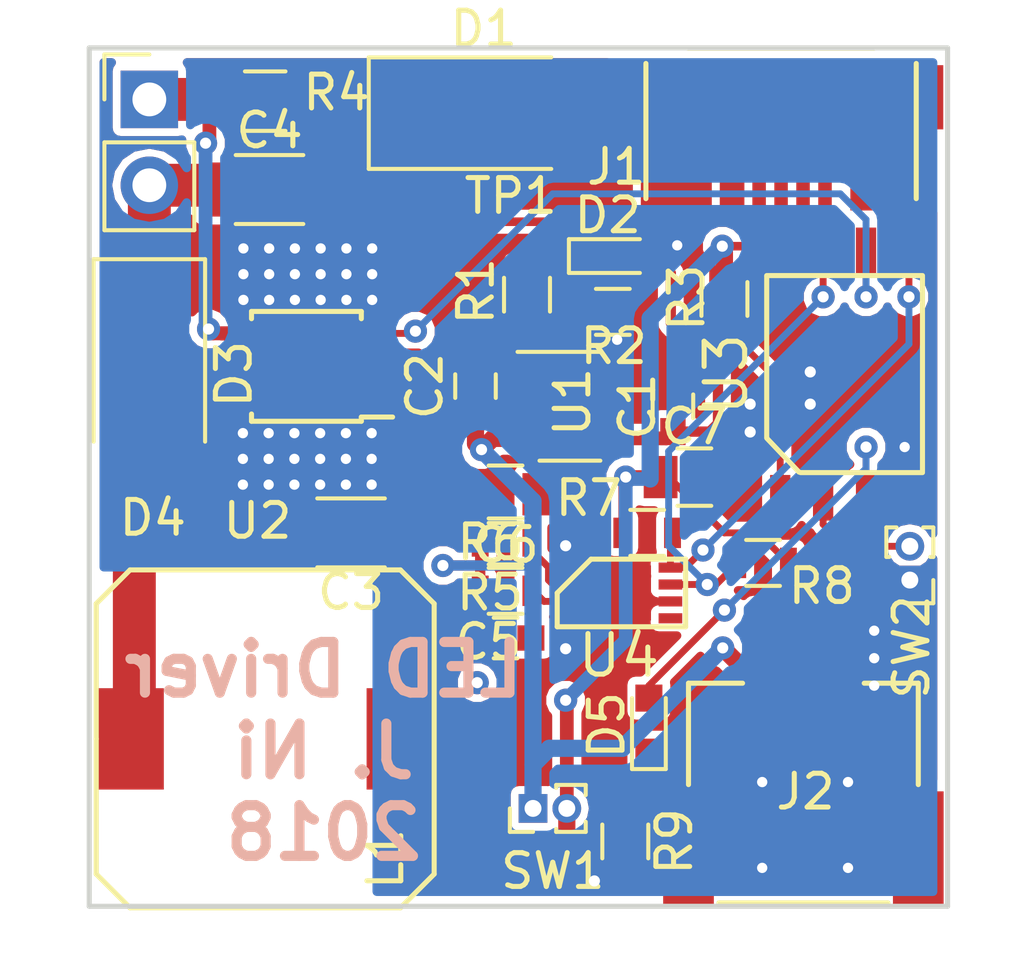
<source format=kicad_pcb>
(kicad_pcb (version 4) (host pcbnew 4.0.7)

  (general
    (links 110)
    (no_connects 0)
    (area 103.556999 77.394999 129.107001 102.945001)
    (thickness 1.6)
    (drawings 5)
    (tracks 176)
    (zones 0)
    (modules 77)
    (nets 27)
  )

  (page A4)
  (layers
    (0 F.Cu signal)
    (31 B.Cu signal)
    (32 B.Adhes user)
    (33 F.Adhes user)
    (34 B.Paste user)
    (35 F.Paste user)
    (36 B.SilkS user)
    (37 F.SilkS user)
    (38 B.Mask user)
    (39 F.Mask user)
    (40 Dwgs.User user)
    (41 Cmts.User user)
    (42 Eco1.User user)
    (43 Eco2.User user)
    (44 Edge.Cuts user)
    (45 Margin user)
    (46 B.CrtYd user)
    (47 F.CrtYd user)
    (48 B.Fab user)
    (49 F.Fab user)
  )

  (setup
    (last_trace_width 0.2032)
    (user_trace_width 0.1524)
    (user_trace_width 0.2032)
    (user_trace_width 0.254)
    (user_trace_width 0.3048)
    (user_trace_width 0.4064)
    (user_trace_width 0.508)
    (user_trace_width 1.27)
    (user_trace_width 6.35)
    (trace_clearance 0.1524)
    (zone_clearance 0.2286)
    (zone_45_only yes)
    (trace_min 0.1524)
    (segment_width 0.2)
    (edge_width 0.15)
    (via_size 0.6858)
    (via_drill 0.3302)
    (via_min_size 0.6858)
    (via_min_drill 0.3302)
    (uvia_size 0.762)
    (uvia_drill 0.508)
    (uvias_allowed no)
    (uvia_min_size 0)
    (uvia_min_drill 0)
    (pcb_text_width 0.3)
    (pcb_text_size 1.5 1.5)
    (mod_edge_width 0.15)
    (mod_text_size 1 1)
    (mod_text_width 0.15)
    (pad_size 1.75 1.63)
    (pad_drill 0)
    (pad_to_mask_clearance 0.2)
    (aux_axis_origin 0 0)
    (visible_elements 7FFEFF7F)
    (pcbplotparams
      (layerselection 0x00030_80000001)
      (usegerberextensions false)
      (excludeedgelayer true)
      (linewidth 0.100000)
      (plotframeref false)
      (viasonmask false)
      (mode 1)
      (useauxorigin false)
      (hpglpennumber 1)
      (hpglpenspeed 20)
      (hpglpendiameter 15)
      (hpglpenoverlay 2)
      (psnegative false)
      (psa4output false)
      (plotreference true)
      (plotvalue true)
      (plotinvisibletext false)
      (padsonsilk false)
      (subtractmaskfromsilk false)
      (outputformat 1)
      (mirror false)
      (drillshape 1)
      (scaleselection 1)
      (outputdirectory ""))
  )

  (net 0 "")
  (net 1 GND)
  (net 2 /VIN)
  (net 3 /VBAT)
  (net 4 VCC)
  (net 5 "Net-(C4-Pad1)")
  (net 6 "Net-(D1-Pad2)")
  (net 7 "Net-(D2-Pad1)")
  (net 8 "Net-(D3-Pad2)")
  (net 9 "Net-(J1-Pad2)")
  (net 10 "Net-(J1-Pad3)")
  (net 11 "Net-(J1-Pad4)")
  (net 12 "Net-(R1-Pad1)")
  (net 13 "Net-(R2-Pad1)")
  (net 14 "Net-(R3-Pad2)")
  (net 15 "Net-(U2-Pad1)")
  (net 16 /PWM)
  (net 17 "Net-(U2-Pad8)")
  (net 18 /FB)
  (net 19 "Net-(C5-Pad1)")
  (net 20 "Net-(C6-Pad1)")
  (net 21 "Net-(SW2-Pad2)")
  (net 22 /SDA)
  (net 23 /SCL)
  (net 24 "Net-(D5-Pad2)")
  (net 25 "Net-(U4-Pad5)")
  (net 26 "Net-(D5-Pad1)")

  (net_class Default "This is the default net class."
    (clearance 0.1524)
    (trace_width 0.1524)
    (via_dia 0.6858)
    (via_drill 0.3302)
    (uvia_dia 0.762)
    (uvia_drill 0.508)
    (add_net /FB)
    (add_net /PWM)
    (add_net /SCL)
    (add_net /SDA)
    (add_net /VBAT)
    (add_net /VIN)
    (add_net GND)
    (add_net "Net-(C4-Pad1)")
    (add_net "Net-(C5-Pad1)")
    (add_net "Net-(C6-Pad1)")
    (add_net "Net-(D1-Pad2)")
    (add_net "Net-(D2-Pad1)")
    (add_net "Net-(D3-Pad2)")
    (add_net "Net-(D5-Pad1)")
    (add_net "Net-(D5-Pad2)")
    (add_net "Net-(J1-Pad2)")
    (add_net "Net-(J1-Pad3)")
    (add_net "Net-(J1-Pad4)")
    (add_net "Net-(R1-Pad1)")
    (add_net "Net-(R2-Pad1)")
    (add_net "Net-(R3-Pad2)")
    (add_net "Net-(SW2-Pad2)")
    (add_net "Net-(U2-Pad1)")
    (add_net "Net-(U2-Pad8)")
    (add_net "Net-(U4-Pad5)")
    (add_net VCC)
  )

  (module personal_f:SOIC-8_8x5.25x1.27mm (layer F.Cu) (tedit 5A6AC0B4) (tstamp 5A6AC2A3)
    (at 125.984 87.122 90)
    (path /5A68020C)
    (fp_text reference U3 (at 0 -3.505 90) (layer F.SilkS)
      (effects (font (size 1.2 1.2) (thickness 0.15)))
    )
    (fp_text value ATTINY85-20SU (at 0.05 3.5 90) (layer F.Fab)
      (effects (font (size 1.2 1.2) (thickness 0.15)))
    )
    (fp_line (start -2.9 -1.35) (end -1.9 -2.3) (layer F.SilkS) (width 0.15))
    (fp_line (start 2.885 -2.305) (end -1.885 -2.305) (layer F.SilkS) (width 0.15))
    (fp_line (start 2.915 -2.305) (end 2.915 2.305) (layer F.SilkS) (width 0.15))
    (fp_line (start -2.885 2.305) (end 2.885 2.305) (layer F.SilkS) (width 0.15))
    (fp_line (start -2.915 2.305) (end -2.915 -1.305) (layer F.SilkS) (width 0.15))
    (pad 8 smd rect (at 3.66 -1.905) (size 0.6 1.35) (layers F.Cu F.Paste F.Mask)
      (net 4 VCC))
    (pad 1 smd rect (at -3.66 -1.905) (size 0.6 1.35) (layers F.Cu F.Paste F.Mask)
      (net 14 "Net-(R3-Pad2)"))
    (pad 7 smd rect (at 3.66 -0.635) (size 0.6 1.35) (layers F.Cu F.Paste F.Mask)
      (net 23 /SCL))
    (pad 2 smd rect (at -3.66 -0.635) (size 0.6 1.35) (layers F.Cu F.Paste F.Mask)
      (net 21 "Net-(SW2-Pad2)"))
    (pad 6 smd rect (at 3.66 0.635) (size 0.6 1.35) (layers F.Cu F.Paste F.Mask)
      (net 16 /PWM))
    (pad 3 smd rect (at -3.66 0.635) (size 0.6 1.35) (layers F.Cu F.Paste F.Mask)
      (net 24 "Net-(D5-Pad2)"))
    (pad 5 smd rect (at 3.66 1.905) (size 0.6 1.35) (layers F.Cu F.Paste F.Mask)
      (net 22 /SDA))
    (pad 4 smd rect (at -3.66 1.905) (size 0.6 1.35) (layers F.Cu F.Paste F.Mask)
      (net 1 GND))
  )

  (module personal_f:VIA-12mil (layer F.Cu) (tedit 5A6977A8) (tstamp 5A6A75DC)
    (at 121.031 83.312)
    (fp_text reference REF** (at 0 1.1) (layer F.SilkS) hide
      (effects (font (size 1 1) (thickness 0.15)))
    )
    (fp_text value VIA-12mil (at 0 -1) (layer F.Fab) hide
      (effects (font (size 1 1) (thickness 0.15)))
    )
    (pad 1 thru_hole circle (at 0 0) (size 0.508 0.508) (drill 0.3048) (layers *.Cu *.Mask)
      (net 1 GND) (zone_connect 2))
  )

  (module personal_f:VIA-12mil (layer F.Cu) (tedit 5A697AF9) (tstamp 5A6A8BA6)
    (at 127.762 89.281)
    (fp_text reference REF** (at 0 1.1) (layer F.SilkS) hide
      (effects (font (size 1 1) (thickness 0.15)))
    )
    (fp_text value VIA-12mil (at 0 -1) (layer F.Fab) hide
      (effects (font (size 1 1) (thickness 0.15)))
    )
    (pad 1 thru_hole circle (at 0 0) (size 0.508 0.508) (drill 0.3048) (layers *.Cu *.Mask)
      (net 1 GND) (zone_connect 2))
  )

  (module Capacitors_SMD:C_0805 (layer F.Cu) (tedit 58AA8463) (tstamp 5A6A7BED)
    (at 121.539 90.17)
    (descr "Capacitor SMD 0805, reflow soldering, AVX (see smccp.pdf)")
    (tags "capacitor 0805")
    (path /5A69D509)
    (attr smd)
    (fp_text reference C7 (at 0 -1.5) (layer F.SilkS)
      (effects (font (size 1 1) (thickness 0.15)))
    )
    (fp_text value 0.1u (at 0 1.75) (layer F.Fab)
      (effects (font (size 1 1) (thickness 0.15)))
    )
    (fp_text user %R (at 0 -1.5) (layer F.Fab)
      (effects (font (size 1 1) (thickness 0.15)))
    )
    (fp_line (start -1 0.62) (end -1 -0.62) (layer F.Fab) (width 0.1))
    (fp_line (start 1 0.62) (end -1 0.62) (layer F.Fab) (width 0.1))
    (fp_line (start 1 -0.62) (end 1 0.62) (layer F.Fab) (width 0.1))
    (fp_line (start -1 -0.62) (end 1 -0.62) (layer F.Fab) (width 0.1))
    (fp_line (start 0.5 -0.85) (end -0.5 -0.85) (layer F.SilkS) (width 0.12))
    (fp_line (start -0.5 0.85) (end 0.5 0.85) (layer F.SilkS) (width 0.12))
    (fp_line (start -1.75 -0.88) (end 1.75 -0.88) (layer F.CrtYd) (width 0.05))
    (fp_line (start -1.75 -0.88) (end -1.75 0.87) (layer F.CrtYd) (width 0.05))
    (fp_line (start 1.75 0.87) (end 1.75 -0.88) (layer F.CrtYd) (width 0.05))
    (fp_line (start 1.75 0.87) (end -1.75 0.87) (layer F.CrtYd) (width 0.05))
    (pad 1 smd rect (at -1 0) (size 1 1.25) (layers F.Cu F.Paste F.Mask)
      (net 4 VCC))
    (pad 2 smd rect (at 1 0) (size 1 1.25) (layers F.Cu F.Paste F.Mask)
      (net 1 GND))
    (model Capacitors_SMD.3dshapes/C_0805.wrl
      (at (xyz 0 0 0))
      (scale (xyz 1 1 1))
      (rotate (xyz 0 0 0))
    )
  )

  (module Capacitors_SMD:C_1206 (layer F.Cu) (tedit 58AA84B8) (tstamp 5A6A7BE3)
    (at 108.966 81.661)
    (descr "Capacitor SMD 1206, reflow soldering, AVX (see smccp.pdf)")
    (tags "capacitor 1206")
    (path /5A66F68D)
    (attr smd)
    (fp_text reference C4 (at 0 -1.75) (layer F.SilkS)
      (effects (font (size 1 1) (thickness 0.15)))
    )
    (fp_text value 10u (at 0 2) (layer F.Fab)
      (effects (font (size 1 1) (thickness 0.15)))
    )
    (fp_text user %R (at 0 -1.75) (layer F.Fab)
      (effects (font (size 1 1) (thickness 0.15)))
    )
    (fp_line (start -1.6 0.8) (end -1.6 -0.8) (layer F.Fab) (width 0.1))
    (fp_line (start 1.6 0.8) (end -1.6 0.8) (layer F.Fab) (width 0.1))
    (fp_line (start 1.6 -0.8) (end 1.6 0.8) (layer F.Fab) (width 0.1))
    (fp_line (start -1.6 -0.8) (end 1.6 -0.8) (layer F.Fab) (width 0.1))
    (fp_line (start 1 -1.02) (end -1 -1.02) (layer F.SilkS) (width 0.12))
    (fp_line (start -1 1.02) (end 1 1.02) (layer F.SilkS) (width 0.12))
    (fp_line (start -2.25 -1.05) (end 2.25 -1.05) (layer F.CrtYd) (width 0.05))
    (fp_line (start -2.25 -1.05) (end -2.25 1.05) (layer F.CrtYd) (width 0.05))
    (fp_line (start 2.25 1.05) (end 2.25 -1.05) (layer F.CrtYd) (width 0.05))
    (fp_line (start 2.25 1.05) (end -2.25 1.05) (layer F.CrtYd) (width 0.05))
    (pad 1 smd rect (at -1.5 0) (size 1 1.6) (layers F.Cu F.Paste F.Mask)
      (net 5 "Net-(C4-Pad1)"))
    (pad 2 smd rect (at 1.5 0) (size 1 1.6) (layers F.Cu F.Paste F.Mask)
      (net 1 GND))
    (model Capacitors_SMD.3dshapes/C_1206.wrl
      (at (xyz 0 0 0))
      (scale (xyz 1 1 1))
      (rotate (xyz 0 0 0))
    )
  )

  (module personal_f:VIA-12mil (layer F.Cu) (tedit 5A697AF9) (tstamp 5A6A3D12)
    (at 119.253 86.106)
    (fp_text reference REF** (at 0 1.1) (layer F.SilkS) hide
      (effects (font (size 1 1) (thickness 0.15)))
    )
    (fp_text value VIA-12mil (at 0 -1) (layer F.Fab) hide
      (effects (font (size 1 1) (thickness 0.15)))
    )
    (pad 1 thru_hole circle (at 0 0) (size 0.508 0.508) (drill 0.3048) (layers *.Cu *.Mask)
      (net 1 GND) (zone_connect 2))
  )

  (module personal_f:VIA-12mil (layer F.Cu) (tedit 5A697AF9) (tstamp 5A6A3D08)
    (at 126.8603 96.3422)
    (fp_text reference REF** (at 0 1.1) (layer F.SilkS) hide
      (effects (font (size 1 1) (thickness 0.15)))
    )
    (fp_text value VIA-12mil (at 0 -1) (layer F.Fab) hide
      (effects (font (size 1 1) (thickness 0.15)))
    )
    (pad 1 thru_hole circle (at 0 0) (size 0.508 0.508) (drill 0.3048) (layers *.Cu *.Mask)
      (net 1 GND) (zone_connect 2))
  )

  (module personal_f:VIA-12mil (layer F.Cu) (tedit 5A697AF9) (tstamp 5A6A3D03)
    (at 126.8603 95.5294)
    (fp_text reference REF** (at 0 1.1) (layer F.SilkS) hide
      (effects (font (size 1 1) (thickness 0.15)))
    )
    (fp_text value VIA-12mil (at 0 -1) (layer F.Fab) hide
      (effects (font (size 1 1) (thickness 0.15)))
    )
    (pad 1 thru_hole circle (at 0 0) (size 0.508 0.508) (drill 0.3048) (layers *.Cu *.Mask)
      (net 1 GND) (zone_connect 2))
  )

  (module personal_f:VIA-12mil (layer F.Cu) (tedit 5A697AF9) (tstamp 5A6A3CF6)
    (at 126.0856 101.73462)
    (fp_text reference REF** (at 0 1.1) (layer F.SilkS) hide
      (effects (font (size 1 1) (thickness 0.15)))
    )
    (fp_text value VIA-12mil (at 0 -1) (layer F.Fab) hide
      (effects (font (size 1 1) (thickness 0.15)))
    )
    (pad 1 thru_hole circle (at 0 0) (size 0.508 0.508) (drill 0.3048) (layers *.Cu *.Mask)
      (net 1 GND) (zone_connect 2))
  )

  (module personal_f:VIA-12mil (layer F.Cu) (tedit 5A697AF9) (tstamp 5A6A3CF2)
    (at 123.5456 101.73462)
    (fp_text reference REF** (at 0 1.1) (layer F.SilkS) hide
      (effects (font (size 1 1) (thickness 0.15)))
    )
    (fp_text value VIA-12mil (at 0 -1) (layer F.Fab) hide
      (effects (font (size 1 1) (thickness 0.15)))
    )
    (pad 1 thru_hole circle (at 0 0) (size 0.508 0.508) (drill 0.3048) (layers *.Cu *.Mask)
      (net 1 GND) (zone_connect 2))
  )

  (module personal_f:VIA-12mil (layer F.Cu) (tedit 5A697AF9) (tstamp 5A6A3CEE)
    (at 126.0856 99.19462)
    (fp_text reference REF** (at 0 1.1) (layer F.SilkS) hide
      (effects (font (size 1 1) (thickness 0.15)))
    )
    (fp_text value VIA-12mil (at 0 -1) (layer F.Fab) hide
      (effects (font (size 1 1) (thickness 0.15)))
    )
    (pad 1 thru_hole circle (at 0 0) (size 0.508 0.508) (drill 0.3048) (layers *.Cu *.Mask)
      (net 1 GND) (zone_connect 2))
  )

  (module personal_f:VIA-12mil (layer F.Cu) (tedit 5A697AF9) (tstamp 5A6A3CE8)
    (at 123.5456 99.19462)
    (fp_text reference REF** (at 0 1.1) (layer F.SilkS) hide
      (effects (font (size 1 1) (thickness 0.15)))
    )
    (fp_text value VIA-12mil (at 0 -1) (layer F.Fab) hide
      (effects (font (size 1 1) (thickness 0.15)))
    )
    (pad 1 thru_hole circle (at 0 0) (size 0.508 0.508) (drill 0.3048) (layers *.Cu *.Mask)
      (net 1 GND) (zone_connect 2))
  )

  (module personal_f:VIA-12mil (layer F.Cu) (tedit 5A697AF9) (tstamp 5A6A2503)
    (at 126.8603 94.7166)
    (fp_text reference REF** (at 0 1.1) (layer F.SilkS) hide
      (effects (font (size 1 1) (thickness 0.15)))
    )
    (fp_text value VIA-12mil (at 0 -1) (layer F.Fab) hide
      (effects (font (size 1 1) (thickness 0.15)))
    )
    (pad 1 thru_hole circle (at 0 0) (size 0.508 0.508) (drill 0.3048) (layers *.Cu *.Mask)
      (net 1 GND) (zone_connect 2))
  )

  (module Resistors_SMD:R_0603 (layer F.Cu) (tedit 5A6A2A7D) (tstamp 5A68E501)
    (at 122.428 84.8995 270)
    (descr "Resistor SMD 0603, reflow soldering, Vishay (see dcrcw.pdf)")
    (tags "resistor 0603")
    (path /5A68056E)
    (attr smd)
    (fp_text reference R3 (at -0.0381 1.1176 270) (layer F.SilkS)
      (effects (font (size 1 1) (thickness 0.15)))
    )
    (fp_text value 10k (at 0 1.5 270) (layer F.Fab)
      (effects (font (size 1 1) (thickness 0.15)))
    )
    (fp_text user %R (at 0 0 270) (layer F.Fab)
      (effects (font (size 0.4 0.4) (thickness 0.075)))
    )
    (fp_line (start -0.8 0.4) (end -0.8 -0.4) (layer F.Fab) (width 0.1))
    (fp_line (start 0.8 0.4) (end -0.8 0.4) (layer F.Fab) (width 0.1))
    (fp_line (start 0.8 -0.4) (end 0.8 0.4) (layer F.Fab) (width 0.1))
    (fp_line (start -0.8 -0.4) (end 0.8 -0.4) (layer F.Fab) (width 0.1))
    (fp_line (start 0.5 0.68) (end -0.5 0.68) (layer F.SilkS) (width 0.12))
    (fp_line (start -0.5 -0.68) (end 0.5 -0.68) (layer F.SilkS) (width 0.12))
    (fp_line (start -1.25 -0.7) (end 1.25 -0.7) (layer F.CrtYd) (width 0.05))
    (fp_line (start -1.25 -0.7) (end -1.25 0.7) (layer F.CrtYd) (width 0.05))
    (fp_line (start 1.25 0.7) (end 1.25 -0.7) (layer F.CrtYd) (width 0.05))
    (fp_line (start 1.25 0.7) (end -1.25 0.7) (layer F.CrtYd) (width 0.05))
    (pad 1 smd rect (at -0.75 0 270) (size 0.5 0.9) (layers F.Cu F.Paste F.Mask)
      (net 4 VCC))
    (pad 2 smd rect (at 0.75 0 270) (size 0.5 0.9) (layers F.Cu F.Paste F.Mask)
      (net 14 "Net-(R3-Pad2)"))
    (model ${KISYS3DMOD}/Resistors_SMD.3dshapes/R_0603.wrl
      (at (xyz 0 0 0))
      (scale (xyz 1 1 1))
      (rotate (xyz 0 0 0))
    )
  )

  (module Measurement_Points:Measurement_Point_Round-SMD-Pad_Small (layer F.Cu) (tedit 5A6A74BB) (tstamp 5A68E50C)
    (at 114.1476 82.6135)
    (descr "Mesurement Point, Round, SMD Pad, DM 1.5mm,")
    (tags "Mesurement Point Round SMD Pad 1.5mm")
    (path /5A68366F)
    (attr virtual)
    (fp_text reference TP1 (at 1.9558 -0.762) (layer F.SilkS)
      (effects (font (size 1 1) (thickness 0.15)))
    )
    (fp_text value TEST (at 0 2) (layer F.Fab)
      (effects (font (size 1 1) (thickness 0.15)))
    )
    (fp_circle (center 0 0) (end 1 0) (layer F.CrtYd) (width 0.05))
    (pad 1 smd circle (at 0 0) (size 1.5 1.5) (layers F.Cu F.Mask)
      (net 2 /VIN))
  )

  (module personal_f:VIA-12mil (layer F.Cu) (tedit 5A697AF9) (tstamp 5A697B5C)
    (at 111.9886 90.39352)
    (fp_text reference REF** (at 0 1.1) (layer F.SilkS) hide
      (effects (font (size 1 1) (thickness 0.15)))
    )
    (fp_text value VIA-12mil (at 0 -1) (layer F.Fab) hide
      (effects (font (size 1 1) (thickness 0.15)))
    )
    (pad 1 thru_hole circle (at 0 0) (size 0.508 0.508) (drill 0.3048) (layers *.Cu *.Mask)
      (net 1 GND) (zone_connect 2))
  )

  (module personal_f:VIA-12mil (layer F.Cu) (tedit 5A697AF9) (tstamp 5A697B58)
    (at 111.2266 90.39352)
    (fp_text reference REF** (at 0 1.1) (layer F.SilkS) hide
      (effects (font (size 1 1) (thickness 0.15)))
    )
    (fp_text value VIA-12mil (at 0 -1) (layer F.Fab) hide
      (effects (font (size 1 1) (thickness 0.15)))
    )
    (pad 1 thru_hole circle (at 0 0) (size 0.508 0.508) (drill 0.3048) (layers *.Cu *.Mask)
      (net 1 GND) (zone_connect 2))
  )

  (module personal_f:VIA-12mil (layer F.Cu) (tedit 5A697AF9) (tstamp 5A697B54)
    (at 110.4646 90.39352)
    (fp_text reference REF** (at 0 1.1) (layer F.SilkS) hide
      (effects (font (size 1 1) (thickness 0.15)))
    )
    (fp_text value VIA-12mil (at 0 -1) (layer F.Fab) hide
      (effects (font (size 1 1) (thickness 0.15)))
    )
    (pad 1 thru_hole circle (at 0 0) (size 0.508 0.508) (drill 0.3048) (layers *.Cu *.Mask)
      (net 1 GND) (zone_connect 2))
  )

  (module personal_f:VIA-12mil (layer F.Cu) (tedit 5A697AF9) (tstamp 5A697B50)
    (at 109.7026 90.39352)
    (fp_text reference REF** (at 0 1.1) (layer F.SilkS) hide
      (effects (font (size 1 1) (thickness 0.15)))
    )
    (fp_text value VIA-12mil (at 0 -1) (layer F.Fab) hide
      (effects (font (size 1 1) (thickness 0.15)))
    )
    (pad 1 thru_hole circle (at 0 0) (size 0.508 0.508) (drill 0.3048) (layers *.Cu *.Mask)
      (net 1 GND) (zone_connect 2))
  )

  (module personal_f:VIA-12mil (layer F.Cu) (tedit 5A697AF9) (tstamp 5A697B4C)
    (at 108.9406 90.39352)
    (fp_text reference REF** (at 0 1.1) (layer F.SilkS) hide
      (effects (font (size 1 1) (thickness 0.15)))
    )
    (fp_text value VIA-12mil (at 0 -1) (layer F.Fab) hide
      (effects (font (size 1 1) (thickness 0.15)))
    )
    (pad 1 thru_hole circle (at 0 0) (size 0.508 0.508) (drill 0.3048) (layers *.Cu *.Mask)
      (net 1 GND) (zone_connect 2))
  )

  (module personal_f:VIA-12mil (layer F.Cu) (tedit 5A697AF9) (tstamp 5A697B48)
    (at 108.1786 90.39352)
    (fp_text reference REF** (at 0 1.1) (layer F.SilkS) hide
      (effects (font (size 1 1) (thickness 0.15)))
    )
    (fp_text value VIA-12mil (at 0 -1) (layer F.Fab) hide
      (effects (font (size 1 1) (thickness 0.15)))
    )
    (pad 1 thru_hole circle (at 0 0) (size 0.508 0.508) (drill 0.3048) (layers *.Cu *.Mask)
      (net 1 GND) (zone_connect 2))
  )

  (module personal_f:VIA-12mil (layer F.Cu) (tedit 5A697AF9) (tstamp 5A697B44)
    (at 111.9886 89.63152)
    (fp_text reference REF** (at 0 1.1) (layer F.SilkS) hide
      (effects (font (size 1 1) (thickness 0.15)))
    )
    (fp_text value VIA-12mil (at 0 -1) (layer F.Fab) hide
      (effects (font (size 1 1) (thickness 0.15)))
    )
    (pad 1 thru_hole circle (at 0 0) (size 0.508 0.508) (drill 0.3048) (layers *.Cu *.Mask)
      (net 1 GND) (zone_connect 2))
  )

  (module personal_f:VIA-12mil (layer F.Cu) (tedit 5A697AF9) (tstamp 5A697B40)
    (at 111.2266 89.63152)
    (fp_text reference REF** (at 0 1.1) (layer F.SilkS) hide
      (effects (font (size 1 1) (thickness 0.15)))
    )
    (fp_text value VIA-12mil (at 0 -1) (layer F.Fab) hide
      (effects (font (size 1 1) (thickness 0.15)))
    )
    (pad 1 thru_hole circle (at 0 0) (size 0.508 0.508) (drill 0.3048) (layers *.Cu *.Mask)
      (net 1 GND) (zone_connect 2))
  )

  (module personal_f:VIA-12mil (layer F.Cu) (tedit 5A697AF9) (tstamp 5A697B3C)
    (at 110.4646 89.63152)
    (fp_text reference REF** (at 0 1.1) (layer F.SilkS) hide
      (effects (font (size 1 1) (thickness 0.15)))
    )
    (fp_text value VIA-12mil (at 0 -1) (layer F.Fab) hide
      (effects (font (size 1 1) (thickness 0.15)))
    )
    (pad 1 thru_hole circle (at 0 0) (size 0.508 0.508) (drill 0.3048) (layers *.Cu *.Mask)
      (net 1 GND) (zone_connect 2))
  )

  (module personal_f:VIA-12mil (layer F.Cu) (tedit 5A697AF9) (tstamp 5A697B38)
    (at 109.7026 89.63152)
    (fp_text reference REF** (at 0 1.1) (layer F.SilkS) hide
      (effects (font (size 1 1) (thickness 0.15)))
    )
    (fp_text value VIA-12mil (at 0 -1) (layer F.Fab) hide
      (effects (font (size 1 1) (thickness 0.15)))
    )
    (pad 1 thru_hole circle (at 0 0) (size 0.508 0.508) (drill 0.3048) (layers *.Cu *.Mask)
      (net 1 GND) (zone_connect 2))
  )

  (module personal_f:VIA-12mil (layer F.Cu) (tedit 5A697AF9) (tstamp 5A697B34)
    (at 108.9406 89.63152)
    (fp_text reference REF** (at 0 1.1) (layer F.SilkS) hide
      (effects (font (size 1 1) (thickness 0.15)))
    )
    (fp_text value VIA-12mil (at 0 -1) (layer F.Fab) hide
      (effects (font (size 1 1) (thickness 0.15)))
    )
    (pad 1 thru_hole circle (at 0 0) (size 0.508 0.508) (drill 0.3048) (layers *.Cu *.Mask)
      (net 1 GND) (zone_connect 2))
  )

  (module personal_f:VIA-12mil (layer F.Cu) (tedit 5A697AF9) (tstamp 5A697B30)
    (at 108.1786 89.63152)
    (fp_text reference REF** (at 0 1.1) (layer F.SilkS) hide
      (effects (font (size 1 1) (thickness 0.15)))
    )
    (fp_text value VIA-12mil (at 0 -1) (layer F.Fab) hide
      (effects (font (size 1 1) (thickness 0.15)))
    )
    (pad 1 thru_hole circle (at 0 0) (size 0.508 0.508) (drill 0.3048) (layers *.Cu *.Mask)
      (net 1 GND) (zone_connect 2))
  )

  (module personal_f:VIA-12mil (layer F.Cu) (tedit 5A697AF9) (tstamp 5A697B2C)
    (at 111.9886 88.86952)
    (fp_text reference REF** (at 0 1.1) (layer F.SilkS) hide
      (effects (font (size 1 1) (thickness 0.15)))
    )
    (fp_text value VIA-12mil (at 0 -1) (layer F.Fab) hide
      (effects (font (size 1 1) (thickness 0.15)))
    )
    (pad 1 thru_hole circle (at 0 0) (size 0.508 0.508) (drill 0.3048) (layers *.Cu *.Mask)
      (net 1 GND) (zone_connect 2))
  )

  (module personal_f:VIA-12mil (layer F.Cu) (tedit 5A697AF9) (tstamp 5A697B28)
    (at 111.2266 88.86952)
    (fp_text reference REF** (at 0 1.1) (layer F.SilkS) hide
      (effects (font (size 1 1) (thickness 0.15)))
    )
    (fp_text value VIA-12mil (at 0 -1) (layer F.Fab) hide
      (effects (font (size 1 1) (thickness 0.15)))
    )
    (pad 1 thru_hole circle (at 0 0) (size 0.508 0.508) (drill 0.3048) (layers *.Cu *.Mask)
      (net 1 GND) (zone_connect 2))
  )

  (module personal_f:VIA-12mil (layer F.Cu) (tedit 5A697AF9) (tstamp 5A697B24)
    (at 110.4646 88.86952)
    (fp_text reference REF** (at 0 1.1) (layer F.SilkS) hide
      (effects (font (size 1 1) (thickness 0.15)))
    )
    (fp_text value VIA-12mil (at 0 -1) (layer F.Fab) hide
      (effects (font (size 1 1) (thickness 0.15)))
    )
    (pad 1 thru_hole circle (at 0 0) (size 0.508 0.508) (drill 0.3048) (layers *.Cu *.Mask)
      (net 1 GND) (zone_connect 2))
  )

  (module personal_f:VIA-12mil (layer F.Cu) (tedit 5A697AF9) (tstamp 5A697B20)
    (at 109.7026 88.86952)
    (fp_text reference REF** (at 0 1.1) (layer F.SilkS) hide
      (effects (font (size 1 1) (thickness 0.15)))
    )
    (fp_text value VIA-12mil (at 0 -1) (layer F.Fab) hide
      (effects (font (size 1 1) (thickness 0.15)))
    )
    (pad 1 thru_hole circle (at 0 0) (size 0.508 0.508) (drill 0.3048) (layers *.Cu *.Mask)
      (net 1 GND) (zone_connect 2))
  )

  (module personal_f:VIA-12mil (layer F.Cu) (tedit 5A697AF9) (tstamp 5A697B1C)
    (at 108.9406 88.86952)
    (fp_text reference REF** (at 0 1.1) (layer F.SilkS) hide
      (effects (font (size 1 1) (thickness 0.15)))
    )
    (fp_text value VIA-12mil (at 0 -1) (layer F.Fab) hide
      (effects (font (size 1 1) (thickness 0.15)))
    )
    (pad 1 thru_hole circle (at 0 0) (size 0.508 0.508) (drill 0.3048) (layers *.Cu *.Mask)
      (net 1 GND) (zone_connect 2))
  )

  (module personal_f:VIA-12mil (layer F.Cu) (tedit 5A6977A8) (tstamp 5A69791B)
    (at 112.00384 84.92744)
    (fp_text reference REF** (at 0 1.1) (layer F.SilkS) hide
      (effects (font (size 1 1) (thickness 0.15)))
    )
    (fp_text value VIA-12mil (at 0 -1) (layer F.Fab) hide
      (effects (font (size 1 1) (thickness 0.15)))
    )
    (pad 1 thru_hole circle (at 0 0) (size 0.508 0.508) (drill 0.3048) (layers *.Cu *.Mask)
      (net 1 GND) (zone_connect 2))
  )

  (module personal_f:VIA-12mil (layer F.Cu) (tedit 5A6977A8) (tstamp 5A697917)
    (at 111.24184 84.92744)
    (fp_text reference REF** (at 0 1.1) (layer F.SilkS) hide
      (effects (font (size 1 1) (thickness 0.15)))
    )
    (fp_text value VIA-12mil (at 0 -1) (layer F.Fab) hide
      (effects (font (size 1 1) (thickness 0.15)))
    )
    (pad 1 thru_hole circle (at 0 0) (size 0.508 0.508) (drill 0.3048) (layers *.Cu *.Mask)
      (net 1 GND) (zone_connect 2))
  )

  (module personal_f:VIA-12mil (layer F.Cu) (tedit 5A6977A8) (tstamp 5A697913)
    (at 110.47984 84.92744)
    (fp_text reference REF** (at 0 1.1) (layer F.SilkS) hide
      (effects (font (size 1 1) (thickness 0.15)))
    )
    (fp_text value VIA-12mil (at 0 -1) (layer F.Fab) hide
      (effects (font (size 1 1) (thickness 0.15)))
    )
    (pad 1 thru_hole circle (at 0 0) (size 0.508 0.508) (drill 0.3048) (layers *.Cu *.Mask)
      (net 1 GND) (zone_connect 2))
  )

  (module personal_f:VIA-12mil (layer F.Cu) (tedit 5A6977A8) (tstamp 5A69790F)
    (at 109.71784 84.92744)
    (fp_text reference REF** (at 0 1.1) (layer F.SilkS) hide
      (effects (font (size 1 1) (thickness 0.15)))
    )
    (fp_text value VIA-12mil (at 0 -1) (layer F.Fab) hide
      (effects (font (size 1 1) (thickness 0.15)))
    )
    (pad 1 thru_hole circle (at 0 0) (size 0.508 0.508) (drill 0.3048) (layers *.Cu *.Mask)
      (net 1 GND) (zone_connect 2))
  )

  (module personal_f:VIA-12mil (layer F.Cu) (tedit 5A6977A8) (tstamp 5A69790B)
    (at 108.95584 84.92744)
    (fp_text reference REF** (at 0 1.1) (layer F.SilkS) hide
      (effects (font (size 1 1) (thickness 0.15)))
    )
    (fp_text value VIA-12mil (at 0 -1) (layer F.Fab) hide
      (effects (font (size 1 1) (thickness 0.15)))
    )
    (pad 1 thru_hole circle (at 0 0) (size 0.508 0.508) (drill 0.3048) (layers *.Cu *.Mask)
      (net 1 GND) (zone_connect 2))
  )

  (module personal_f:VIA-12mil (layer F.Cu) (tedit 5A6977A8) (tstamp 5A697907)
    (at 108.19384 84.92744)
    (fp_text reference REF** (at 0 1.1) (layer F.SilkS) hide
      (effects (font (size 1 1) (thickness 0.15)))
    )
    (fp_text value VIA-12mil (at 0 -1) (layer F.Fab) hide
      (effects (font (size 1 1) (thickness 0.15)))
    )
    (pad 1 thru_hole circle (at 0 0) (size 0.508 0.508) (drill 0.3048) (layers *.Cu *.Mask)
      (net 1 GND) (zone_connect 2))
  )

  (module personal_f:VIA-12mil (layer F.Cu) (tedit 5A6977A8) (tstamp 5A697903)
    (at 112.00384 84.16544)
    (fp_text reference REF** (at 0 1.1) (layer F.SilkS) hide
      (effects (font (size 1 1) (thickness 0.15)))
    )
    (fp_text value VIA-12mil (at 0 -1) (layer F.Fab) hide
      (effects (font (size 1 1) (thickness 0.15)))
    )
    (pad 1 thru_hole circle (at 0 0) (size 0.508 0.508) (drill 0.3048) (layers *.Cu *.Mask)
      (net 1 GND) (zone_connect 2))
  )

  (module personal_f:VIA-12mil (layer F.Cu) (tedit 5A6977A8) (tstamp 5A6978FF)
    (at 111.24184 84.16544)
    (fp_text reference REF** (at 0 1.1) (layer F.SilkS) hide
      (effects (font (size 1 1) (thickness 0.15)))
    )
    (fp_text value VIA-12mil (at 0 -1) (layer F.Fab) hide
      (effects (font (size 1 1) (thickness 0.15)))
    )
    (pad 1 thru_hole circle (at 0 0) (size 0.508 0.508) (drill 0.3048) (layers *.Cu *.Mask)
      (net 1 GND) (zone_connect 2))
  )

  (module personal_f:VIA-12mil (layer F.Cu) (tedit 5A6977A8) (tstamp 5A6978FB)
    (at 110.47984 84.16544)
    (fp_text reference REF** (at 0 1.1) (layer F.SilkS) hide
      (effects (font (size 1 1) (thickness 0.15)))
    )
    (fp_text value VIA-12mil (at 0 -1) (layer F.Fab) hide
      (effects (font (size 1 1) (thickness 0.15)))
    )
    (pad 1 thru_hole circle (at 0 0) (size 0.508 0.508) (drill 0.3048) (layers *.Cu *.Mask)
      (net 1 GND) (zone_connect 2))
  )

  (module personal_f:VIA-12mil (layer F.Cu) (tedit 5A6977A8) (tstamp 5A6978F7)
    (at 109.71784 84.16544)
    (fp_text reference REF** (at 0 1.1) (layer F.SilkS) hide
      (effects (font (size 1 1) (thickness 0.15)))
    )
    (fp_text value VIA-12mil (at 0 -1) (layer F.Fab) hide
      (effects (font (size 1 1) (thickness 0.15)))
    )
    (pad 1 thru_hole circle (at 0 0) (size 0.508 0.508) (drill 0.3048) (layers *.Cu *.Mask)
      (net 1 GND) (zone_connect 2))
  )

  (module personal_f:VIA-12mil (layer F.Cu) (tedit 5A6977A8) (tstamp 5A6978F3)
    (at 108.95584 84.16544)
    (fp_text reference REF** (at 0 1.1) (layer F.SilkS) hide
      (effects (font (size 1 1) (thickness 0.15)))
    )
    (fp_text value VIA-12mil (at 0 -1) (layer F.Fab) hide
      (effects (font (size 1 1) (thickness 0.15)))
    )
    (pad 1 thru_hole circle (at 0 0) (size 0.508 0.508) (drill 0.3048) (layers *.Cu *.Mask)
      (net 1 GND) (zone_connect 2))
  )

  (module personal_f:VIA-12mil (layer F.Cu) (tedit 5A6977A8) (tstamp 5A6978EF)
    (at 108.19384 84.16544)
    (fp_text reference REF** (at 0 1.1) (layer F.SilkS) hide
      (effects (font (size 1 1) (thickness 0.15)))
    )
    (fp_text value VIA-12mil (at 0 -1) (layer F.Fab) hide
      (effects (font (size 1 1) (thickness 0.15)))
    )
    (pad 1 thru_hole circle (at 0 0) (size 0.508 0.508) (drill 0.3048) (layers *.Cu *.Mask)
      (net 1 GND) (zone_connect 2))
  )

  (module personal_f:VIA-12mil (layer F.Cu) (tedit 5A6977A8) (tstamp 5A6978EB)
    (at 112.00384 83.40344)
    (fp_text reference REF** (at 0 1.1) (layer F.SilkS) hide
      (effects (font (size 1 1) (thickness 0.15)))
    )
    (fp_text value VIA-12mil (at 0 -1) (layer F.Fab) hide
      (effects (font (size 1 1) (thickness 0.15)))
    )
    (pad 1 thru_hole circle (at 0 0) (size 0.508 0.508) (drill 0.3048) (layers *.Cu *.Mask)
      (net 1 GND) (zone_connect 2))
  )

  (module personal_f:VIA-12mil (layer F.Cu) (tedit 5A6977A8) (tstamp 5A6978E7)
    (at 111.24184 83.40344)
    (fp_text reference REF** (at 0 1.1) (layer F.SilkS) hide
      (effects (font (size 1 1) (thickness 0.15)))
    )
    (fp_text value VIA-12mil (at 0 -1) (layer F.Fab) hide
      (effects (font (size 1 1) (thickness 0.15)))
    )
    (pad 1 thru_hole circle (at 0 0) (size 0.508 0.508) (drill 0.3048) (layers *.Cu *.Mask)
      (net 1 GND) (zone_connect 2))
  )

  (module personal_f:VIA-12mil (layer F.Cu) (tedit 5A6977A8) (tstamp 5A6978E3)
    (at 110.47984 83.40344)
    (fp_text reference REF** (at 0 1.1) (layer F.SilkS) hide
      (effects (font (size 1 1) (thickness 0.15)))
    )
    (fp_text value VIA-12mil (at 0 -1) (layer F.Fab) hide
      (effects (font (size 1 1) (thickness 0.15)))
    )
    (pad 1 thru_hole circle (at 0 0) (size 0.508 0.508) (drill 0.3048) (layers *.Cu *.Mask)
      (net 1 GND) (zone_connect 2))
  )

  (module personal_f:VIA-12mil (layer F.Cu) (tedit 5A6977A8) (tstamp 5A6978DF)
    (at 109.71784 83.40344)
    (fp_text reference REF** (at 0 1.1) (layer F.SilkS) hide
      (effects (font (size 1 1) (thickness 0.15)))
    )
    (fp_text value VIA-12mil (at 0 -1) (layer F.Fab) hide
      (effects (font (size 1 1) (thickness 0.15)))
    )
    (pad 1 thru_hole circle (at 0 0) (size 0.508 0.508) (drill 0.3048) (layers *.Cu *.Mask)
      (net 1 GND) (zone_connect 2))
  )

  (module personal_f:VIA-12mil (layer F.Cu) (tedit 5A6977A8) (tstamp 5A6978DB)
    (at 108.95584 83.40344)
    (fp_text reference REF** (at 0 1.1) (layer F.SilkS) hide
      (effects (font (size 1 1) (thickness 0.15)))
    )
    (fp_text value VIA-12mil (at 0 -1) (layer F.Fab) hide
      (effects (font (size 1 1) (thickness 0.15)))
    )
    (pad 1 thru_hole circle (at 0 0) (size 0.508 0.508) (drill 0.3048) (layers *.Cu *.Mask)
      (net 1 GND) (zone_connect 2))
  )

  (module Housings_SSOP:MSOP-8-1EP_3x3mm_Pitch0.65mm (layer F.Cu) (tedit 5A6A2A2E) (tstamp 5A68E52F)
    (at 110.0582 86.8934 180)
    (descr "MS8E Package; 8-Lead Plastic MSOP, Exposed Die Pad (see Linear Technology 05081662_K_MS8E.pdf)")
    (tags "SSOP 0.65")
    (path /5A69758A)
    (attr smd)
    (fp_text reference U2 (at 1.4478 -4.572 180) (layer F.SilkS)
      (effects (font (size 1 1) (thickness 0.15)))
    )
    (fp_text value LM3410 (at 0 2.55 180) (layer F.Fab)
      (effects (font (size 1 1) (thickness 0.15)))
    )
    (fp_line (start -0.5 -1.5) (end 1.5 -1.5) (layer F.Fab) (width 0.15))
    (fp_line (start 1.5 -1.5) (end 1.5 1.5) (layer F.Fab) (width 0.15))
    (fp_line (start 1.5 1.5) (end -1.5 1.5) (layer F.Fab) (width 0.15))
    (fp_line (start -1.5 1.5) (end -1.5 -0.5) (layer F.Fab) (width 0.15))
    (fp_line (start -1.5 -0.5) (end -0.5 -1.5) (layer F.Fab) (width 0.15))
    (fp_line (start -2.8 -1.8) (end -2.8 1.8) (layer F.CrtYd) (width 0.05))
    (fp_line (start 2.8 -1.8) (end 2.8 1.8) (layer F.CrtYd) (width 0.05))
    (fp_line (start -2.8 -1.8) (end 2.8 -1.8) (layer F.CrtYd) (width 0.05))
    (fp_line (start -2.8 1.8) (end 2.8 1.8) (layer F.CrtYd) (width 0.05))
    (fp_line (start -1.625 -1.625) (end -1.625 -1.5) (layer F.SilkS) (width 0.15))
    (fp_line (start 1.625 -1.625) (end 1.625 -1.41) (layer F.SilkS) (width 0.15))
    (fp_line (start 1.625 1.625) (end 1.625 1.41) (layer F.SilkS) (width 0.15))
    (fp_line (start -1.625 1.625) (end -1.625 1.41) (layer F.SilkS) (width 0.15))
    (fp_line (start -1.625 -1.625) (end 1.625 -1.625) (layer F.SilkS) (width 0.15))
    (fp_line (start -1.625 1.625) (end 1.625 1.625) (layer F.SilkS) (width 0.15))
    (fp_line (start -1.625 -1.5) (end -2.55 -1.5) (layer F.SilkS) (width 0.15))
    (fp_text user %R (at 0 0 180) (layer F.Fab)
      (effects (font (size 0.6 0.6) (thickness 0.15)))
    )
    (pad 1 smd rect (at -2.105 -0.975 180) (size 0.89 0.42) (layers F.Cu F.Paste F.Mask)
      (net 15 "Net-(U2-Pad1)"))
    (pad 2 smd rect (at -2.105 -0.325 180) (size 0.89 0.42) (layers F.Cu F.Paste F.Mask)
      (net 1 GND))
    (pad 3 smd rect (at -2.105 0.325 180) (size 0.89 0.42) (layers F.Cu F.Paste F.Mask)
      (net 4 VCC))
    (pad 4 smd rect (at -2.105 0.975 180) (size 0.89 0.42) (layers F.Cu F.Paste F.Mask)
      (net 16 /PWM))
    (pad 5 smd rect (at 2.105 0.975 180) (size 0.89 0.42) (layers F.Cu F.Paste F.Mask)
      (net 18 /FB))
    (pad 6 smd rect (at 2.105 0.325 180) (size 0.89 0.42) (layers F.Cu F.Paste F.Mask)
      (net 1 GND))
    (pad 7 smd rect (at 2.105 -0.325 180) (size 0.89 0.42) (layers F.Cu F.Paste F.Mask)
      (net 8 "Net-(D3-Pad2)"))
    (pad 8 smd rect (at 2.105 -0.975 180) (size 0.89 0.42) (layers F.Cu F.Paste F.Mask)
      (net 17 "Net-(U2-Pad8)"))
    (pad 9 smd rect (at 0.42 0.47 180) (size 0.84 0.94) (layers F.Cu F.Paste F.Mask)
      (net 1 GND) (solder_paste_margin_ratio -0.2))
    (pad 9 smd rect (at 0.42 -0.47 180) (size 0.84 0.94) (layers F.Cu F.Paste F.Mask)
      (net 1 GND) (solder_paste_margin_ratio -0.2))
    (pad 9 smd rect (at -0.42 0.47 180) (size 0.84 0.94) (layers F.Cu F.Paste F.Mask)
      (net 1 GND) (solder_paste_margin_ratio -0.2))
    (pad 9 smd rect (at -0.42 -0.47 180) (size 0.84 0.94) (layers F.Cu F.Paste F.Mask)
      (net 1 GND) (solder_paste_margin_ratio -0.2))
    (model ${KISYS3DMOD}/Housings_SSOP.3dshapes/MSOP-8-1EP_3x3mm_Pitch0.65mm.wrl
      (at (xyz 0 0 0))
      (scale (xyz 1 1 1))
      (rotate (xyz 0 0 0))
    )
  )

  (module Capacitors_SMD:C_0603 (layer F.Cu) (tedit 5A6A2A5A) (tstamp 5A68E497)
    (at 120.904 88.0745 90)
    (descr "Capacitor SMD 0603, reflow soldering, AVX (see smccp.pdf)")
    (tags "capacitor 0603")
    (path /5A68144F)
    (attr smd)
    (fp_text reference C1 (at -0.0127 -1.0541 90) (layer F.SilkS)
      (effects (font (size 1 1) (thickness 0.15)))
    )
    (fp_text value 4.7u (at 0 1.5 90) (layer F.Fab)
      (effects (font (size 1 1) (thickness 0.15)))
    )
    (fp_line (start 1.4 0.65) (end -1.4 0.65) (layer F.CrtYd) (width 0.05))
    (fp_line (start 1.4 0.65) (end 1.4 -0.65) (layer F.CrtYd) (width 0.05))
    (fp_line (start -1.4 -0.65) (end -1.4 0.65) (layer F.CrtYd) (width 0.05))
    (fp_line (start -1.4 -0.65) (end 1.4 -0.65) (layer F.CrtYd) (width 0.05))
    (fp_line (start 0.35 0.6) (end -0.35 0.6) (layer F.SilkS) (width 0.12))
    (fp_line (start -0.35 -0.6) (end 0.35 -0.6) (layer F.SilkS) (width 0.12))
    (fp_line (start -0.8 -0.4) (end 0.8 -0.4) (layer F.Fab) (width 0.1))
    (fp_line (start 0.8 -0.4) (end 0.8 0.4) (layer F.Fab) (width 0.1))
    (fp_line (start 0.8 0.4) (end -0.8 0.4) (layer F.Fab) (width 0.1))
    (fp_line (start -0.8 0.4) (end -0.8 -0.4) (layer F.Fab) (width 0.1))
    (fp_text user %R (at 0 0 90) (layer F.Fab)
      (effects (font (size 0.3 0.3) (thickness 0.075)))
    )
    (pad 2 smd rect (at 0.75 0 90) (size 0.8 0.75) (layers F.Cu F.Paste F.Mask)
      (net 1 GND))
    (pad 1 smd rect (at -0.75 0 90) (size 0.8 0.75) (layers F.Cu F.Paste F.Mask)
      (net 2 /VIN))
    (model Capacitors_SMD.3dshapes/C_0603.wrl
      (at (xyz 0 0 0))
      (scale (xyz 1 1 1))
      (rotate (xyz 0 0 0))
    )
  )

  (module Capacitors_SMD:C_0603 (layer F.Cu) (tedit 59958EE7) (tstamp 5A68E49D)
    (at 115.062 87.4776 90)
    (descr "Capacitor SMD 0603, reflow soldering, AVX (see smccp.pdf)")
    (tags "capacitor 0603")
    (path /5A68138C)
    (attr smd)
    (fp_text reference C2 (at 0 -1.5 90) (layer F.SilkS)
      (effects (font (size 1 1) (thickness 0.15)))
    )
    (fp_text value 4.7u (at 0 1.5 90) (layer F.Fab)
      (effects (font (size 1 1) (thickness 0.15)))
    )
    (fp_line (start 1.4 0.65) (end -1.4 0.65) (layer F.CrtYd) (width 0.05))
    (fp_line (start 1.4 0.65) (end 1.4 -0.65) (layer F.CrtYd) (width 0.05))
    (fp_line (start -1.4 -0.65) (end -1.4 0.65) (layer F.CrtYd) (width 0.05))
    (fp_line (start -1.4 -0.65) (end 1.4 -0.65) (layer F.CrtYd) (width 0.05))
    (fp_line (start 0.35 0.6) (end -0.35 0.6) (layer F.SilkS) (width 0.12))
    (fp_line (start -0.35 -0.6) (end 0.35 -0.6) (layer F.SilkS) (width 0.12))
    (fp_line (start -0.8 -0.4) (end 0.8 -0.4) (layer F.Fab) (width 0.1))
    (fp_line (start 0.8 -0.4) (end 0.8 0.4) (layer F.Fab) (width 0.1))
    (fp_line (start 0.8 0.4) (end -0.8 0.4) (layer F.Fab) (width 0.1))
    (fp_line (start -0.8 0.4) (end -0.8 -0.4) (layer F.Fab) (width 0.1))
    (fp_text user %R (at 0 0 90) (layer F.Fab)
      (effects (font (size 0.3 0.3) (thickness 0.075)))
    )
    (pad 2 smd rect (at 0.75 0 90) (size 0.8 0.75) (layers F.Cu F.Paste F.Mask)
      (net 1 GND))
    (pad 1 smd rect (at -0.75 0 90) (size 0.8 0.75) (layers F.Cu F.Paste F.Mask)
      (net 3 /VBAT))
    (model Capacitors_SMD.3dshapes/C_0603.wrl
      (at (xyz 0 0 0))
      (scale (xyz 1 1 1))
      (rotate (xyz 0 0 0))
    )
  )

  (module Diodes_SMD:D_SMA (layer F.Cu) (tedit 586432E5) (tstamp 5A68E4AF)
    (at 115.3033 79.4004)
    (descr "Diode SMA (DO-214AC)")
    (tags "Diode SMA (DO-214AC)")
    (path /5A68716F)
    (attr smd)
    (fp_text reference D1 (at 0 -2.5) (layer F.SilkS)
      (effects (font (size 1 1) (thickness 0.15)))
    )
    (fp_text value D_Schottky (at 0 2.6) (layer F.Fab)
      (effects (font (size 1 1) (thickness 0.15)))
    )
    (fp_text user %R (at 0 -2.5) (layer F.Fab)
      (effects (font (size 1 1) (thickness 0.15)))
    )
    (fp_line (start -3.4 -1.65) (end -3.4 1.65) (layer F.SilkS) (width 0.12))
    (fp_line (start 2.3 1.5) (end -2.3 1.5) (layer F.Fab) (width 0.1))
    (fp_line (start -2.3 1.5) (end -2.3 -1.5) (layer F.Fab) (width 0.1))
    (fp_line (start 2.3 -1.5) (end 2.3 1.5) (layer F.Fab) (width 0.1))
    (fp_line (start 2.3 -1.5) (end -2.3 -1.5) (layer F.Fab) (width 0.1))
    (fp_line (start -3.5 -1.75) (end 3.5 -1.75) (layer F.CrtYd) (width 0.05))
    (fp_line (start 3.5 -1.75) (end 3.5 1.75) (layer F.CrtYd) (width 0.05))
    (fp_line (start 3.5 1.75) (end -3.5 1.75) (layer F.CrtYd) (width 0.05))
    (fp_line (start -3.5 1.75) (end -3.5 -1.75) (layer F.CrtYd) (width 0.05))
    (fp_line (start -0.64944 0.00102) (end -1.55114 0.00102) (layer F.Fab) (width 0.1))
    (fp_line (start 0.50118 0.00102) (end 1.4994 0.00102) (layer F.Fab) (width 0.1))
    (fp_line (start -0.64944 -0.79908) (end -0.64944 0.80112) (layer F.Fab) (width 0.1))
    (fp_line (start 0.50118 0.75032) (end 0.50118 -0.79908) (layer F.Fab) (width 0.1))
    (fp_line (start -0.64944 0.00102) (end 0.50118 0.75032) (layer F.Fab) (width 0.1))
    (fp_line (start -0.64944 0.00102) (end 0.50118 -0.79908) (layer F.Fab) (width 0.1))
    (fp_line (start -3.4 1.65) (end 2 1.65) (layer F.SilkS) (width 0.12))
    (fp_line (start -3.4 -1.65) (end 2 -1.65) (layer F.SilkS) (width 0.12))
    (pad 1 smd rect (at -2 0) (size 2.5 1.8) (layers F.Cu F.Paste F.Mask)
      (net 2 /VIN))
    (pad 2 smd rect (at 2 0) (size 2.5 1.8) (layers F.Cu F.Paste F.Mask)
      (net 6 "Net-(D1-Pad2)"))
    (model ${KISYS3DMOD}/Diodes_SMD.3dshapes/D_SMA.wrl
      (at (xyz 0 0 0))
      (scale (xyz 1 1 1))
      (rotate (xyz 0 0 0))
    )
  )

  (module LEDs:LED_0603 (layer F.Cu) (tedit 5A6A2A6E) (tstamp 5A68E4B5)
    (at 119.126 83.6295)
    (descr "LED 0603 smd package")
    (tags "LED led 0603 SMD smd SMT smt smdled SMDLED smtled SMTLED")
    (path /5A681AA5)
    (attr smd)
    (fp_text reference D2 (at -0.1524 -1.2065) (layer F.SilkS)
      (effects (font (size 1 1) (thickness 0.15)))
    )
    (fp_text value LED (at 0 1.35) (layer F.Fab)
      (effects (font (size 1 1) (thickness 0.15)))
    )
    (fp_line (start -1.3 -0.5) (end -1.3 0.5) (layer F.SilkS) (width 0.12))
    (fp_line (start -0.2 -0.2) (end -0.2 0.2) (layer F.Fab) (width 0.1))
    (fp_line (start -0.15 0) (end 0.15 -0.2) (layer F.Fab) (width 0.1))
    (fp_line (start 0.15 0.2) (end -0.15 0) (layer F.Fab) (width 0.1))
    (fp_line (start 0.15 -0.2) (end 0.15 0.2) (layer F.Fab) (width 0.1))
    (fp_line (start 0.8 0.4) (end -0.8 0.4) (layer F.Fab) (width 0.1))
    (fp_line (start 0.8 -0.4) (end 0.8 0.4) (layer F.Fab) (width 0.1))
    (fp_line (start -0.8 -0.4) (end 0.8 -0.4) (layer F.Fab) (width 0.1))
    (fp_line (start -0.8 0.4) (end -0.8 -0.4) (layer F.Fab) (width 0.1))
    (fp_line (start -1.3 0.5) (end 0.8 0.5) (layer F.SilkS) (width 0.12))
    (fp_line (start -1.3 -0.5) (end 0.8 -0.5) (layer F.SilkS) (width 0.12))
    (fp_line (start 1.45 -0.65) (end 1.45 0.65) (layer F.CrtYd) (width 0.05))
    (fp_line (start 1.45 0.65) (end -1.45 0.65) (layer F.CrtYd) (width 0.05))
    (fp_line (start -1.45 0.65) (end -1.45 -0.65) (layer F.CrtYd) (width 0.05))
    (fp_line (start -1.45 -0.65) (end 1.45 -0.65) (layer F.CrtYd) (width 0.05))
    (pad 2 smd rect (at 0.8 0 180) (size 0.8 0.8) (layers F.Cu F.Paste F.Mask)
      (net 2 /VIN))
    (pad 1 smd rect (at -0.8 0 180) (size 0.8 0.8) (layers F.Cu F.Paste F.Mask)
      (net 7 "Net-(D2-Pad1)"))
    (model ${KISYS3DMOD}/LEDs.3dshapes/LED_0603.wrl
      (at (xyz 0 0 0))
      (scale (xyz 1 1 1))
      (rotate (xyz 0 0 180))
    )
  )

  (module Diodes_SMD:D_SMA (layer F.Cu) (tedit 586432E5) (tstamp 5A68E4BB)
    (at 105.41 87.122 270)
    (descr "Diode SMA (DO-214AC)")
    (tags "Diode SMA (DO-214AC)")
    (path /5A66E58C)
    (attr smd)
    (fp_text reference D3 (at 0 -2.5 270) (layer F.SilkS)
      (effects (font (size 1 1) (thickness 0.15)))
    )
    (fp_text value D_Schottky (at 0 2.6 270) (layer F.Fab)
      (effects (font (size 1 1) (thickness 0.15)))
    )
    (fp_text user %R (at 0 -2.5 270) (layer F.Fab)
      (effects (font (size 1 1) (thickness 0.15)))
    )
    (fp_line (start -3.4 -1.65) (end -3.4 1.65) (layer F.SilkS) (width 0.12))
    (fp_line (start 2.3 1.5) (end -2.3 1.5) (layer F.Fab) (width 0.1))
    (fp_line (start -2.3 1.5) (end -2.3 -1.5) (layer F.Fab) (width 0.1))
    (fp_line (start 2.3 -1.5) (end 2.3 1.5) (layer F.Fab) (width 0.1))
    (fp_line (start 2.3 -1.5) (end -2.3 -1.5) (layer F.Fab) (width 0.1))
    (fp_line (start -3.5 -1.75) (end 3.5 -1.75) (layer F.CrtYd) (width 0.05))
    (fp_line (start 3.5 -1.75) (end 3.5 1.75) (layer F.CrtYd) (width 0.05))
    (fp_line (start 3.5 1.75) (end -3.5 1.75) (layer F.CrtYd) (width 0.05))
    (fp_line (start -3.5 1.75) (end -3.5 -1.75) (layer F.CrtYd) (width 0.05))
    (fp_line (start -0.64944 0.00102) (end -1.55114 0.00102) (layer F.Fab) (width 0.1))
    (fp_line (start 0.50118 0.00102) (end 1.4994 0.00102) (layer F.Fab) (width 0.1))
    (fp_line (start -0.64944 -0.79908) (end -0.64944 0.80112) (layer F.Fab) (width 0.1))
    (fp_line (start 0.50118 0.75032) (end 0.50118 -0.79908) (layer F.Fab) (width 0.1))
    (fp_line (start -0.64944 0.00102) (end 0.50118 0.75032) (layer F.Fab) (width 0.1))
    (fp_line (start -0.64944 0.00102) (end 0.50118 -0.79908) (layer F.Fab) (width 0.1))
    (fp_line (start -3.4 1.65) (end 2 1.65) (layer F.SilkS) (width 0.12))
    (fp_line (start -3.4 -1.65) (end 2 -1.65) (layer F.SilkS) (width 0.12))
    (pad 1 smd rect (at -2 0 270) (size 2.5 1.8) (layers F.Cu F.Paste F.Mask)
      (net 5 "Net-(C4-Pad1)"))
    (pad 2 smd rect (at 2 0 270) (size 2.5 1.8) (layers F.Cu F.Paste F.Mask)
      (net 8 "Net-(D3-Pad2)"))
    (model ${KISYS3DMOD}/Diodes_SMD.3dshapes/D_SMA.wrl
      (at (xyz 0 0 0))
      (scale (xyz 1 1 1))
      (rotate (xyz 0 0 0))
    )
  )

  (module personal_f:JST-PH-2 (layer F.Cu) (tedit 5A6A3B79) (tstamp 5A68E4E0)
    (at 124.7648 99.6696 180)
    (path /5A6821C2)
    (fp_text reference J2 (at -0.0635 0.1905 180) (layer F.SilkS)
      (effects (font (size 1 1) (thickness 0.15)))
    )
    (fp_text value Conn_01x02 (at 0 -4.25 180) (layer F.Fab)
      (effects (font (size 1 1) (thickness 0.15)))
    )
    (fp_line (start -2.5 -3.1) (end 2.5 -3.1) (layer F.SilkS) (width 0.15))
    (fp_line (start 1.8 3.4) (end 3.4 3.4) (layer F.SilkS) (width 0.15))
    (fp_line (start 3.4 3.4) (end 3.4 0.4) (layer F.SilkS) (width 0.15))
    (fp_line (start -3.4 0.4) (end -3.4 3.4) (layer F.SilkS) (width 0.15))
    (fp_line (start -3.4 3.4) (end -1.8 3.4) (layer F.SilkS) (width 0.15))
    (pad "" smd rect (at 3.4 -1.5 180) (size 1.5 3.4) (layers F.Cu F.Paste F.Mask))
    (pad "" smd rect (at -3.4 -1.5 180) (size 1.5 3.4) (layers F.Cu F.Paste F.Mask))
    (pad 1 smd rect (at -1 4 180) (size 1 3.5) (layers F.Cu F.Paste F.Mask)
      (net 1 GND))
    (pad 2 smd rect (at 1 4 180) (size 1 3.5) (layers F.Cu F.Paste F.Mask)
      (net 3 /VBAT))
  )

  (module personal_f:muRata_L (layer F.Cu) (tedit 5A695F6D) (tstamp 5A68E4EF)
    (at 108.839 97.917 90)
    (path /5A66E2B7)
    (fp_text reference L1 (at -3.556 3.556 90) (layer F.SilkS)
      (effects (font (size 1 1) (thickness 0.15)))
    )
    (fp_text value 16u (at 0 -7 90) (layer F.Fab)
      (effects (font (size 1 1) (thickness 0.15)))
    )
    (fp_line (start 0 -5) (end 4 -5) (layer F.SilkS) (width 0.15))
    (fp_line (start 4 -5) (end 5 -4) (layer F.SilkS) (width 0.15))
    (fp_line (start 5 -4) (end 5 4) (layer F.SilkS) (width 0.15))
    (fp_line (start 5 4) (end 4 5) (layer F.SilkS) (width 0.15))
    (fp_line (start 4 5) (end -4 5) (layer F.SilkS) (width 0.15))
    (fp_line (start -4 5) (end -5 4) (layer F.SilkS) (width 0.15))
    (fp_line (start -5 4) (end -5 -4) (layer F.SilkS) (width 0.15))
    (fp_line (start -5 -4) (end -4 -5) (layer F.SilkS) (width 0.15))
    (fp_line (start -4 -5) (end 0 -5) (layer F.SilkS) (width 0.15))
    (pad 2 smd rect (at 0 -4 90) (size 3 2) (layers F.Cu F.Paste F.Mask)
      (net 8 "Net-(D3-Pad2)"))
    (pad 1 smd rect (at 0 4 90) (size 3 2) (layers F.Cu F.Paste F.Mask)
      (net 4 VCC))
  )

  (module Resistors_SMD:R_0603 (layer F.Cu) (tedit 5A6A2A71) (tstamp 5A68E4F5)
    (at 116.586 84.7725 90)
    (descr "Resistor SMD 0603, reflow soldering, Vishay (see dcrcw.pdf)")
    (tags "resistor 0603")
    (path /5A681BFC)
    (attr smd)
    (fp_text reference R1 (at 0.1016 -1.5113 90) (layer F.SilkS)
      (effects (font (size 1 1) (thickness 0.15)))
    )
    (fp_text value 330 (at 0 1.5 90) (layer F.Fab)
      (effects (font (size 1 1) (thickness 0.15)))
    )
    (fp_text user %R (at 0 0 90) (layer F.Fab)
      (effects (font (size 0.4 0.4) (thickness 0.075)))
    )
    (fp_line (start -0.8 0.4) (end -0.8 -0.4) (layer F.Fab) (width 0.1))
    (fp_line (start 0.8 0.4) (end -0.8 0.4) (layer F.Fab) (width 0.1))
    (fp_line (start 0.8 -0.4) (end 0.8 0.4) (layer F.Fab) (width 0.1))
    (fp_line (start -0.8 -0.4) (end 0.8 -0.4) (layer F.Fab) (width 0.1))
    (fp_line (start 0.5 0.68) (end -0.5 0.68) (layer F.SilkS) (width 0.12))
    (fp_line (start -0.5 -0.68) (end 0.5 -0.68) (layer F.SilkS) (width 0.12))
    (fp_line (start -1.25 -0.7) (end 1.25 -0.7) (layer F.CrtYd) (width 0.05))
    (fp_line (start -1.25 -0.7) (end -1.25 0.7) (layer F.CrtYd) (width 0.05))
    (fp_line (start 1.25 0.7) (end 1.25 -0.7) (layer F.CrtYd) (width 0.05))
    (fp_line (start 1.25 0.7) (end -1.25 0.7) (layer F.CrtYd) (width 0.05))
    (pad 1 smd rect (at -0.75 0 90) (size 0.5 0.9) (layers F.Cu F.Paste F.Mask)
      (net 12 "Net-(R1-Pad1)"))
    (pad 2 smd rect (at 0.75 0 90) (size 0.5 0.9) (layers F.Cu F.Paste F.Mask)
      (net 7 "Net-(D2-Pad1)"))
    (model ${KISYS3DMOD}/Resistors_SMD.3dshapes/R_0603.wrl
      (at (xyz 0 0 0))
      (scale (xyz 1 1 1))
      (rotate (xyz 0 0 0))
    )
  )

  (module Resistors_SMD:R_0603 (layer F.Cu) (tedit 5A6A2A77) (tstamp 5A68E4FB)
    (at 119.126 85.2805)
    (descr "Resistor SMD 0603, reflow soldering, Vishay (see dcrcw.pdf)")
    (tags "resistor 0603")
    (path /5A681075)
    (attr smd)
    (fp_text reference R2 (at 0.0254 1.016) (layer F.SilkS)
      (effects (font (size 1 1) (thickness 0.15)))
    )
    (fp_text value 2k (at 0 1.5) (layer F.Fab)
      (effects (font (size 1 1) (thickness 0.15)))
    )
    (fp_text user %R (at 0 0) (layer F.Fab)
      (effects (font (size 0.4 0.4) (thickness 0.075)))
    )
    (fp_line (start -0.8 0.4) (end -0.8 -0.4) (layer F.Fab) (width 0.1))
    (fp_line (start 0.8 0.4) (end -0.8 0.4) (layer F.Fab) (width 0.1))
    (fp_line (start 0.8 -0.4) (end 0.8 0.4) (layer F.Fab) (width 0.1))
    (fp_line (start -0.8 -0.4) (end 0.8 -0.4) (layer F.Fab) (width 0.1))
    (fp_line (start 0.5 0.68) (end -0.5 0.68) (layer F.SilkS) (width 0.12))
    (fp_line (start -0.5 -0.68) (end 0.5 -0.68) (layer F.SilkS) (width 0.12))
    (fp_line (start -1.25 -0.7) (end 1.25 -0.7) (layer F.CrtYd) (width 0.05))
    (fp_line (start -1.25 -0.7) (end -1.25 0.7) (layer F.CrtYd) (width 0.05))
    (fp_line (start 1.25 0.7) (end 1.25 -0.7) (layer F.CrtYd) (width 0.05))
    (fp_line (start 1.25 0.7) (end -1.25 0.7) (layer F.CrtYd) (width 0.05))
    (pad 1 smd rect (at -0.75 0) (size 0.5 0.9) (layers F.Cu F.Paste F.Mask)
      (net 13 "Net-(R2-Pad1)"))
    (pad 2 smd rect (at 0.75 0) (size 0.5 0.9) (layers F.Cu F.Paste F.Mask)
      (net 1 GND))
    (model ${KISYS3DMOD}/Resistors_SMD.3dshapes/R_0603.wrl
      (at (xyz 0 0 0))
      (scale (xyz 1 1 1))
      (rotate (xyz 0 0 0))
    )
  )

  (module TO_SOT_Packages_SMD:SOT-23-5 (layer F.Cu) (tedit 5A6A2A61) (tstamp 5A68E51F)
    (at 117.856 88.0745)
    (descr "5-pin SOT23 package")
    (tags SOT-23-5)
    (path /5A680FE6)
    (attr smd)
    (fp_text reference U1 (at 0.0762 -0.127 90) (layer F.SilkS)
      (effects (font (size 1 1) (thickness 0.15)))
    )
    (fp_text value MCP73831 (at 0 2.9) (layer F.Fab)
      (effects (font (size 1 1) (thickness 0.15)))
    )
    (fp_text user %R (at 0 0 90) (layer F.Fab)
      (effects (font (size 0.5 0.5) (thickness 0.075)))
    )
    (fp_line (start -0.9 1.61) (end 0.9 1.61) (layer F.SilkS) (width 0.12))
    (fp_line (start 0.9 -1.61) (end -1.55 -1.61) (layer F.SilkS) (width 0.12))
    (fp_line (start -1.9 -1.8) (end 1.9 -1.8) (layer F.CrtYd) (width 0.05))
    (fp_line (start 1.9 -1.8) (end 1.9 1.8) (layer F.CrtYd) (width 0.05))
    (fp_line (start 1.9 1.8) (end -1.9 1.8) (layer F.CrtYd) (width 0.05))
    (fp_line (start -1.9 1.8) (end -1.9 -1.8) (layer F.CrtYd) (width 0.05))
    (fp_line (start -0.9 -0.9) (end -0.25 -1.55) (layer F.Fab) (width 0.1))
    (fp_line (start 0.9 -1.55) (end -0.25 -1.55) (layer F.Fab) (width 0.1))
    (fp_line (start -0.9 -0.9) (end -0.9 1.55) (layer F.Fab) (width 0.1))
    (fp_line (start 0.9 1.55) (end -0.9 1.55) (layer F.Fab) (width 0.1))
    (fp_line (start 0.9 -1.55) (end 0.9 1.55) (layer F.Fab) (width 0.1))
    (pad 1 smd rect (at -1.1 -0.95) (size 1.06 0.65) (layers F.Cu F.Paste F.Mask)
      (net 12 "Net-(R1-Pad1)"))
    (pad 2 smd rect (at -1.1 0) (size 1.06 0.65) (layers F.Cu F.Paste F.Mask)
      (net 1 GND))
    (pad 3 smd rect (at -1.1 0.95) (size 1.06 0.65) (layers F.Cu F.Paste F.Mask)
      (net 3 /VBAT))
    (pad 4 smd rect (at 1.1 0.95) (size 1.06 0.65) (layers F.Cu F.Paste F.Mask)
      (net 2 /VIN))
    (pad 5 smd rect (at 1.1 -0.95) (size 1.06 0.65) (layers F.Cu F.Paste F.Mask)
      (net 13 "Net-(R2-Pad1)"))
    (model ${KISYS3DMOD}/TO_SOT_Packages_SMD.3dshapes/SOT-23-5.wrl
      (at (xyz 0 0 0))
      (scale (xyz 1 1 1))
      (rotate (xyz 0 0 0))
    )
  )

  (module Pin_Headers:Pin_Header_Straight_1x02_Pitch2.54mm (layer F.Cu) (tedit 5A6A2A2A) (tstamp 5A69622E)
    (at 105.41 78.994)
    (descr "Through hole straight pin header, 1x02, 2.54mm pitch, single row")
    (tags "Through hole pin header THT 1x02 2.54mm single row")
    (path /5A67D164)
    (fp_text reference D4 (at 0.1016 12.3825) (layer F.SilkS)
      (effects (font (size 1 1) (thickness 0.15)))
    )
    (fp_text value LED (at 0 4.87) (layer F.Fab)
      (effects (font (size 1 1) (thickness 0.15)))
    )
    (fp_line (start -0.635 -1.27) (end 1.27 -1.27) (layer F.Fab) (width 0.1))
    (fp_line (start 1.27 -1.27) (end 1.27 3.81) (layer F.Fab) (width 0.1))
    (fp_line (start 1.27 3.81) (end -1.27 3.81) (layer F.Fab) (width 0.1))
    (fp_line (start -1.27 3.81) (end -1.27 -0.635) (layer F.Fab) (width 0.1))
    (fp_line (start -1.27 -0.635) (end -0.635 -1.27) (layer F.Fab) (width 0.1))
    (fp_line (start -1.33 3.87) (end 1.33 3.87) (layer F.SilkS) (width 0.12))
    (fp_line (start -1.33 1.27) (end -1.33 3.87) (layer F.SilkS) (width 0.12))
    (fp_line (start 1.33 1.27) (end 1.33 3.87) (layer F.SilkS) (width 0.12))
    (fp_line (start -1.33 1.27) (end 1.33 1.27) (layer F.SilkS) (width 0.12))
    (fp_line (start -1.33 0) (end -1.33 -1.33) (layer F.SilkS) (width 0.12))
    (fp_line (start -1.33 -1.33) (end 0 -1.33) (layer F.SilkS) (width 0.12))
    (fp_line (start -1.8 -1.8) (end -1.8 4.35) (layer F.CrtYd) (width 0.05))
    (fp_line (start -1.8 4.35) (end 1.8 4.35) (layer F.CrtYd) (width 0.05))
    (fp_line (start 1.8 4.35) (end 1.8 -1.8) (layer F.CrtYd) (width 0.05))
    (fp_line (start 1.8 -1.8) (end -1.8 -1.8) (layer F.CrtYd) (width 0.05))
    (fp_text user %R (at 0 1.27 90) (layer F.Fab)
      (effects (font (size 1 1) (thickness 0.15)))
    )
    (pad 1 thru_hole rect (at 0 0) (size 1.7 1.7) (drill 1) (layers *.Cu *.Mask)
      (net 18 /FB))
    (pad 2 thru_hole oval (at 0 2.54) (size 1.7 1.7) (drill 1) (layers *.Cu *.Mask)
      (net 5 "Net-(C4-Pad1)"))
    (model ${KISYS3DMOD}/Pin_Headers.3dshapes/Pin_Header_Straight_1x02_Pitch2.54mm.wrl
      (at (xyz 0 0 0))
      (scale (xyz 1 1 1))
      (rotate (xyz 0 0 0))
    )
  )

  (module personal_f:VIA-12mil (layer F.Cu) (tedit 5A6977A8) (tstamp 5A6977D1)
    (at 108.19384 83.40344)
    (fp_text reference REF** (at 0 1.1) (layer F.SilkS) hide
      (effects (font (size 1 1) (thickness 0.15)))
    )
    (fp_text value VIA-12mil (at 0 -1) (layer F.Fab) hide
      (effects (font (size 1 1) (thickness 0.15)))
    )
    (pad 1 thru_hole circle (at 0 0) (size 0.508 0.508) (drill 0.3048) (layers *.Cu *.Mask)
      (net 1 GND) (zone_connect 2))
  )

  (module personal_f:VIA-12mil (layer F.Cu) (tedit 5A697AF9) (tstamp 5A697923)
    (at 108.1786 88.86952)
    (fp_text reference REF** (at 0 1.1) (layer F.SilkS) hide
      (effects (font (size 1 1) (thickness 0.15)))
    )
    (fp_text value VIA-12mil (at 0 -1) (layer F.Fab) hide
      (effects (font (size 1 1) (thickness 0.15)))
    )
    (pad 1 thru_hole circle (at 0 0) (size 0.508 0.508) (drill 0.3048) (layers *.Cu *.Mask)
      (net 1 GND) (zone_connect 2))
  )

  (module Pin_Headers:Pin_Header_Straight_1x02_Pitch1.00mm (layer F.Cu) (tedit 5A6A2A3F) (tstamp 5A698260)
    (at 116.7638 99.9744 90)
    (descr "Through hole straight pin header, 1x02, 1.00mm pitch, single row")
    (tags "Through hole pin header THT 1x02 1.00mm single row")
    (path /5A6842CB)
    (fp_text reference SW1 (at -1.8542 0.5842 180) (layer F.SilkS)
      (effects (font (size 1 1) (thickness 0.15)))
    )
    (fp_text value SW_SPST (at 0 2.56 90) (layer F.Fab)
      (effects (font (size 1 1) (thickness 0.15)))
    )
    (fp_line (start -0.3175 -0.5) (end 0.635 -0.5) (layer F.Fab) (width 0.1))
    (fp_line (start 0.635 -0.5) (end 0.635 1.5) (layer F.Fab) (width 0.1))
    (fp_line (start 0.635 1.5) (end -0.635 1.5) (layer F.Fab) (width 0.1))
    (fp_line (start -0.635 1.5) (end -0.635 -0.1825) (layer F.Fab) (width 0.1))
    (fp_line (start -0.635 -0.1825) (end -0.3175 -0.5) (layer F.Fab) (width 0.1))
    (fp_line (start -0.695 1.56) (end -0.394493 1.56) (layer F.SilkS) (width 0.12))
    (fp_line (start 0.394493 1.56) (end 0.695 1.56) (layer F.SilkS) (width 0.12))
    (fp_line (start -0.695 0.685) (end -0.695 1.56) (layer F.SilkS) (width 0.12))
    (fp_line (start 0.695 0.685) (end 0.695 1.56) (layer F.SilkS) (width 0.12))
    (fp_line (start -0.695 0.685) (end -0.608276 0.685) (layer F.SilkS) (width 0.12))
    (fp_line (start 0.608276 0.685) (end 0.695 0.685) (layer F.SilkS) (width 0.12))
    (fp_line (start -0.695 0) (end -0.695 -0.685) (layer F.SilkS) (width 0.12))
    (fp_line (start -0.695 -0.685) (end 0 -0.685) (layer F.SilkS) (width 0.12))
    (fp_line (start -1.15 -1) (end -1.15 2) (layer F.CrtYd) (width 0.05))
    (fp_line (start -1.15 2) (end 1.15 2) (layer F.CrtYd) (width 0.05))
    (fp_line (start 1.15 2) (end 1.15 -1) (layer F.CrtYd) (width 0.05))
    (fp_line (start 1.15 -1) (end -1.15 -1) (layer F.CrtYd) (width 0.05))
    (fp_text user %R (at 0 0.5 180) (layer F.Fab)
      (effects (font (size 0.76 0.76) (thickness 0.114)))
    )
    (pad 1 thru_hole rect (at 0 0 90) (size 0.85 0.85) (drill 0.5) (layers *.Cu *.Mask)
      (net 3 /VBAT))
    (pad 2 thru_hole oval (at 0 1 90) (size 0.85 0.85) (drill 0.5) (layers *.Cu *.Mask)
      (net 4 VCC))
    (model ${KISYS3DMOD}/Pin_Headers.3dshapes/Pin_Header_Straight_1x02_Pitch1.00mm.wrl
      (at (xyz 0 0 0))
      (scale (xyz 1 1 1))
      (rotate (xyz 0 0 0))
    )
  )

  (module Capacitors_SMD:C_0603 (layer F.Cu) (tedit 5A6A74DD) (tstamp 5A69A421)
    (at 115.951 94.9325 180)
    (descr "Capacitor SMD 0603, reflow soldering, AVX (see smccp.pdf)")
    (tags "capacitor 0603")
    (path /5A69C20F)
    (attr smd)
    (fp_text reference C5 (at 0.508 -0.1143 180) (layer F.SilkS)
      (effects (font (size 1 1) (thickness 0.15)))
    )
    (fp_text value 10n (at 0 1.5 180) (layer F.Fab)
      (effects (font (size 1 1) (thickness 0.15)))
    )
    (fp_line (start 1.4 0.65) (end -1.4 0.65) (layer F.CrtYd) (width 0.05))
    (fp_line (start 1.4 0.65) (end 1.4 -0.65) (layer F.CrtYd) (width 0.05))
    (fp_line (start -1.4 -0.65) (end -1.4 0.65) (layer F.CrtYd) (width 0.05))
    (fp_line (start -1.4 -0.65) (end 1.4 -0.65) (layer F.CrtYd) (width 0.05))
    (fp_line (start 0.35 0.6) (end -0.35 0.6) (layer F.SilkS) (width 0.12))
    (fp_line (start -0.35 -0.6) (end 0.35 -0.6) (layer F.SilkS) (width 0.12))
    (fp_line (start -0.8 -0.4) (end 0.8 -0.4) (layer F.Fab) (width 0.1))
    (fp_line (start 0.8 -0.4) (end 0.8 0.4) (layer F.Fab) (width 0.1))
    (fp_line (start 0.8 0.4) (end -0.8 0.4) (layer F.Fab) (width 0.1))
    (fp_line (start -0.8 0.4) (end -0.8 -0.4) (layer F.Fab) (width 0.1))
    (fp_text user %R (at 0 0 180) (layer F.Fab)
      (effects (font (size 0.3 0.3) (thickness 0.075)))
    )
    (pad 2 smd rect (at 0.75 0 180) (size 0.8 0.75) (layers F.Cu F.Paste F.Mask)
      (net 1 GND))
    (pad 1 smd rect (at -0.75 0 180) (size 0.8 0.75) (layers F.Cu F.Paste F.Mask)
      (net 19 "Net-(C5-Pad1)"))
    (model Capacitors_SMD.3dshapes/C_0603.wrl
      (at (xyz 0 0 0))
      (scale (xyz 1 1 1))
      (rotate (xyz 0 0 0))
    )
  )

  (module Resistors_SMD:R_0603 (layer F.Cu) (tedit 5A6A74E6) (tstamp 5A69A433)
    (at 115.951 93.5355 180)
    (descr "Resistor SMD 0603, reflow soldering, Vishay (see dcrcw.pdf)")
    (tags "resistor 0603")
    (path /5A69C0BD)
    (attr smd)
    (fp_text reference R5 (at 0.4572 -0.0508 180) (layer F.SilkS)
      (effects (font (size 1 1) (thickness 0.15)))
    )
    (fp_text value 150 (at 0 1.5 180) (layer F.Fab)
      (effects (font (size 1 1) (thickness 0.15)))
    )
    (fp_text user %R (at 0 0 180) (layer F.Fab)
      (effects (font (size 0.4 0.4) (thickness 0.075)))
    )
    (fp_line (start -0.8 0.4) (end -0.8 -0.4) (layer F.Fab) (width 0.1))
    (fp_line (start 0.8 0.4) (end -0.8 0.4) (layer F.Fab) (width 0.1))
    (fp_line (start 0.8 -0.4) (end 0.8 0.4) (layer F.Fab) (width 0.1))
    (fp_line (start -0.8 -0.4) (end 0.8 -0.4) (layer F.Fab) (width 0.1))
    (fp_line (start 0.5 0.68) (end -0.5 0.68) (layer F.SilkS) (width 0.12))
    (fp_line (start -0.5 -0.68) (end 0.5 -0.68) (layer F.SilkS) (width 0.12))
    (fp_line (start -1.25 -0.7) (end 1.25 -0.7) (layer F.CrtYd) (width 0.05))
    (fp_line (start -1.25 -0.7) (end -1.25 0.7) (layer F.CrtYd) (width 0.05))
    (fp_line (start 1.25 0.7) (end 1.25 -0.7) (layer F.CrtYd) (width 0.05))
    (fp_line (start 1.25 0.7) (end -1.25 0.7) (layer F.CrtYd) (width 0.05))
    (pad 1 smd rect (at -0.75 0 180) (size 0.5 0.9) (layers F.Cu F.Paste F.Mask)
      (net 19 "Net-(C5-Pad1)"))
    (pad 2 smd rect (at 0.75 0 180) (size 0.5 0.9) (layers F.Cu F.Paste F.Mask)
      (net 3 /VBAT))
    (model ${KISYS3DMOD}/Resistors_SMD.3dshapes/R_0603.wrl
      (at (xyz 0 0 0))
      (scale (xyz 1 1 1))
      (rotate (xyz 0 0 0))
    )
  )

  (module Resistors_SMD:R_0603 (layer F.Cu) (tedit 5A6A74D6) (tstamp 5A69A439)
    (at 115.951 92.075 180)
    (descr "Resistor SMD 0603, reflow soldering, Vishay (see dcrcw.pdf)")
    (tags "resistor 0603")
    (path /5A699D8E)
    (attr smd)
    (fp_text reference R6 (at 0.4445 -0.0254 180) (layer F.SilkS)
      (effects (font (size 1 1) (thickness 0.15)))
    )
    (fp_text value 1k (at 0 1.5 180) (layer F.Fab)
      (effects (font (size 1 1) (thickness 0.15)))
    )
    (fp_text user %R (at 0 0 180) (layer F.Fab)
      (effects (font (size 0.4 0.4) (thickness 0.075)))
    )
    (fp_line (start -0.8 0.4) (end -0.8 -0.4) (layer F.Fab) (width 0.1))
    (fp_line (start 0.8 0.4) (end -0.8 0.4) (layer F.Fab) (width 0.1))
    (fp_line (start 0.8 -0.4) (end 0.8 0.4) (layer F.Fab) (width 0.1))
    (fp_line (start -0.8 -0.4) (end 0.8 -0.4) (layer F.Fab) (width 0.1))
    (fp_line (start 0.5 0.68) (end -0.5 0.68) (layer F.SilkS) (width 0.12))
    (fp_line (start -0.5 -0.68) (end 0.5 -0.68) (layer F.SilkS) (width 0.12))
    (fp_line (start -1.25 -0.7) (end 1.25 -0.7) (layer F.CrtYd) (width 0.05))
    (fp_line (start -1.25 -0.7) (end -1.25 0.7) (layer F.CrtYd) (width 0.05))
    (fp_line (start 1.25 0.7) (end 1.25 -0.7) (layer F.CrtYd) (width 0.05))
    (fp_line (start 1.25 0.7) (end -1.25 0.7) (layer F.CrtYd) (width 0.05))
    (pad 1 smd rect (at -0.75 0 180) (size 0.5 0.9) (layers F.Cu F.Paste F.Mask)
      (net 20 "Net-(C6-Pad1)"))
    (pad 2 smd rect (at 0.75 0 180) (size 0.5 0.9) (layers F.Cu F.Paste F.Mask)
      (net 3 /VBAT))
    (model ${KISYS3DMOD}/Resistors_SMD.3dshapes/R_0603.wrl
      (at (xyz 0 0 0))
      (scale (xyz 1 1 1))
      (rotate (xyz 0 0 0))
    )
  )

  (module Pin_Headers:Pin_Header_Straight_1x02_Pitch1.00mm (layer F.Cu) (tedit 5A6A2A49) (tstamp 5A69A43F)
    (at 127.9144 93.218 180)
    (descr "Through hole straight pin header, 1x02, 1.00mm pitch, single row")
    (tags "Through hole pin header THT 1x02 1.00mm single row")
    (path /5A6988E7)
    (fp_text reference SW2 (at -0.0508 -1.9812 270) (layer F.SilkS)
      (effects (font (size 1 1) (thickness 0.15)))
    )
    (fp_text value SW_SPST (at 0 2.56 180) (layer F.Fab)
      (effects (font (size 1 1) (thickness 0.15)))
    )
    (fp_line (start -0.3175 -0.5) (end 0.635 -0.5) (layer F.Fab) (width 0.1))
    (fp_line (start 0.635 -0.5) (end 0.635 1.5) (layer F.Fab) (width 0.1))
    (fp_line (start 0.635 1.5) (end -0.635 1.5) (layer F.Fab) (width 0.1))
    (fp_line (start -0.635 1.5) (end -0.635 -0.1825) (layer F.Fab) (width 0.1))
    (fp_line (start -0.635 -0.1825) (end -0.3175 -0.5) (layer F.Fab) (width 0.1))
    (fp_line (start -0.695 1.56) (end -0.394493 1.56) (layer F.SilkS) (width 0.12))
    (fp_line (start 0.394493 1.56) (end 0.695 1.56) (layer F.SilkS) (width 0.12))
    (fp_line (start -0.695 0.685) (end -0.695 1.56) (layer F.SilkS) (width 0.12))
    (fp_line (start 0.695 0.685) (end 0.695 1.56) (layer F.SilkS) (width 0.12))
    (fp_line (start -0.695 0.685) (end -0.608276 0.685) (layer F.SilkS) (width 0.12))
    (fp_line (start 0.608276 0.685) (end 0.695 0.685) (layer F.SilkS) (width 0.12))
    (fp_line (start -0.695 0) (end -0.695 -0.685) (layer F.SilkS) (width 0.12))
    (fp_line (start -0.695 -0.685) (end 0 -0.685) (layer F.SilkS) (width 0.12))
    (fp_line (start -1.15 -1) (end -1.15 2) (layer F.CrtYd) (width 0.05))
    (fp_line (start -1.15 2) (end 1.15 2) (layer F.CrtYd) (width 0.05))
    (fp_line (start 1.15 2) (end 1.15 -1) (layer F.CrtYd) (width 0.05))
    (fp_line (start 1.15 -1) (end -1.15 -1) (layer F.CrtYd) (width 0.05))
    (fp_text user %R (at 0 0.5 270) (layer F.Fab)
      (effects (font (size 0.76 0.76) (thickness 0.114)))
    )
    (pad 1 thru_hole rect (at 0 0 180) (size 0.85 0.85) (drill 0.5) (layers *.Cu *.Mask)
      (net 1 GND))
    (pad 2 thru_hole oval (at 0 1 180) (size 0.85 0.85) (drill 0.5) (layers *.Cu *.Mask)
      (net 21 "Net-(SW2-Pad2)"))
    (model ${KISYS3DMOD}/Pin_Headers.3dshapes/Pin_Header_Straight_1x02_Pitch1.00mm.wrl
      (at (xyz 0 0 0))
      (scale (xyz 1 1 1))
      (rotate (xyz 0 0 0))
    )
  )

  (module personal_f:TDFN-8_2x3x0.75mm (layer F.Cu) (tedit 5A6AC29C) (tstamp 5A69A451)
    (at 119.38 93.599)
    (path /5A6A8946)
    (fp_text reference U4 (at -0.0762 1.8542) (layer F.SilkS)
      (effects (font (size 1.2 1.2) (thickness 0.15)))
    )
    (fp_text value MAX17043 (at -0.1 -2.1) (layer F.Fab)
      (effects (font (size 1.2 1.2) (thickness 0.15)))
    )
    (fp_line (start -0.9 -1) (end -1.9 0) (layer F.SilkS) (width 0.15))
    (fp_line (start 1.9 -1) (end -0.9 -1) (layer F.SilkS) (width 0.15))
    (fp_line (start 1.9 -1) (end 1.9 1) (layer F.SilkS) (width 0.15))
    (fp_line (start -1.9 1) (end 1.9 1) (layer F.SilkS) (width 0.15))
    (fp_line (start -1.9 1) (end -1.9 0) (layer F.SilkS) (width 0.15))
    (pad 8 smd rect (at 1.45 -0.75 270) (size 0.3 0.7) (layers F.Cu F.Paste F.Mask)
      (net 22 /SDA))
    (pad 1 smd rect (at -1.45 -0.75 270) (size 0.3 0.7) (layers F.Cu F.Paste F.Mask)
      (net 1 GND))
    (pad 7 smd rect (at 1.45 -0.25 270) (size 0.3 0.7) (layers F.Cu F.Paste F.Mask)
      (net 23 /SCL))
    (pad 2 smd rect (at -1.45 -0.25 270) (size 0.3 0.7) (layers F.Cu F.Paste F.Mask)
      (net 20 "Net-(C6-Pad1)"))
    (pad 6 smd rect (at 1.45 0.25 270) (size 0.3 0.7) (layers F.Cu F.Paste F.Mask)
      (net 1 GND))
    (pad 3 smd rect (at -1.45 0.25 270) (size 0.3 0.7) (layers F.Cu F.Paste F.Mask)
      (net 19 "Net-(C5-Pad1)"))
    (pad 5 smd rect (at 1.45 0.75 270) (size 0.3 0.7) (layers F.Cu F.Paste F.Mask)
      (net 25 "Net-(U4-Pad5)"))
    (pad 4 smd rect (at -1.45 0.75 270) (size 0.3 0.7) (layers F.Cu F.Paste F.Mask)
      (net 1 GND))
    (pad "" smd rect (at 0 0) (size 1.75 1.63) (layers F.Cu F.Paste F.Mask)
      (net 1 GND))
  )

  (module Resistors_SMD:R_0603 (layer F.Cu) (tedit 5A6A2A8A) (tstamp 5A6A1C14)
    (at 120.142 91.821)
    (descr "Resistor SMD 0603, reflow soldering, Vishay (see dcrcw.pdf)")
    (tags "resistor 0603")
    (path /5A69E7CE)
    (attr smd)
    (fp_text reference R7 (at -1.7272 -1.0287) (layer F.SilkS)
      (effects (font (size 1 1) (thickness 0.15)))
    )
    (fp_text value R (at 0 1.5) (layer F.Fab)
      (effects (font (size 1 1) (thickness 0.15)))
    )
    (fp_text user %R (at 0 0) (layer F.Fab)
      (effects (font (size 0.4 0.4) (thickness 0.075)))
    )
    (fp_line (start -0.8 0.4) (end -0.8 -0.4) (layer F.Fab) (width 0.1))
    (fp_line (start 0.8 0.4) (end -0.8 0.4) (layer F.Fab) (width 0.1))
    (fp_line (start 0.8 -0.4) (end 0.8 0.4) (layer F.Fab) (width 0.1))
    (fp_line (start -0.8 -0.4) (end 0.8 -0.4) (layer F.Fab) (width 0.1))
    (fp_line (start 0.5 0.68) (end -0.5 0.68) (layer F.SilkS) (width 0.12))
    (fp_line (start -0.5 -0.68) (end 0.5 -0.68) (layer F.SilkS) (width 0.12))
    (fp_line (start -1.25 -0.7) (end 1.25 -0.7) (layer F.CrtYd) (width 0.05))
    (fp_line (start -1.25 -0.7) (end -1.25 0.7) (layer F.CrtYd) (width 0.05))
    (fp_line (start 1.25 0.7) (end 1.25 -0.7) (layer F.CrtYd) (width 0.05))
    (fp_line (start 1.25 0.7) (end -1.25 0.7) (layer F.CrtYd) (width 0.05))
    (pad 1 smd rect (at -0.75 0) (size 0.5 0.9) (layers F.Cu F.Paste F.Mask)
      (net 4 VCC))
    (pad 2 smd rect (at 0.75 0) (size 0.5 0.9) (layers F.Cu F.Paste F.Mask)
      (net 22 /SDA))
    (model ${KISYS3DMOD}/Resistors_SMD.3dshapes/R_0603.wrl
      (at (xyz 0 0 0))
      (scale (xyz 1 1 1))
      (rotate (xyz 0 0 0))
    )
  )

  (module Resistors_SMD:R_0603 (layer F.Cu) (tedit 5A6A2A88) (tstamp 5A6A1C1A)
    (at 123.571 92.71 180)
    (descr "Resistor SMD 0603, reflow soldering, Vishay (see dcrcw.pdf)")
    (tags "resistor 0603")
    (path /5A69EA50)
    (attr smd)
    (fp_text reference R8 (at -1.7399 -0.6858 180) (layer F.SilkS)
      (effects (font (size 1 1) (thickness 0.15)))
    )
    (fp_text value R (at 0 1.5 180) (layer F.Fab)
      (effects (font (size 1 1) (thickness 0.15)))
    )
    (fp_text user %R (at 0 0 180) (layer F.Fab)
      (effects (font (size 0.4 0.4) (thickness 0.075)))
    )
    (fp_line (start -0.8 0.4) (end -0.8 -0.4) (layer F.Fab) (width 0.1))
    (fp_line (start 0.8 0.4) (end -0.8 0.4) (layer F.Fab) (width 0.1))
    (fp_line (start 0.8 -0.4) (end 0.8 0.4) (layer F.Fab) (width 0.1))
    (fp_line (start -0.8 -0.4) (end 0.8 -0.4) (layer F.Fab) (width 0.1))
    (fp_line (start 0.5 0.68) (end -0.5 0.68) (layer F.SilkS) (width 0.12))
    (fp_line (start -0.5 -0.68) (end 0.5 -0.68) (layer F.SilkS) (width 0.12))
    (fp_line (start -1.25 -0.7) (end 1.25 -0.7) (layer F.CrtYd) (width 0.05))
    (fp_line (start -1.25 -0.7) (end -1.25 0.7) (layer F.CrtYd) (width 0.05))
    (fp_line (start 1.25 0.7) (end 1.25 -0.7) (layer F.CrtYd) (width 0.05))
    (fp_line (start 1.25 0.7) (end -1.25 0.7) (layer F.CrtYd) (width 0.05))
    (pad 1 smd rect (at -0.75 0 180) (size 0.5 0.9) (layers F.Cu F.Paste F.Mask)
      (net 4 VCC))
    (pad 2 smd rect (at 0.75 0 180) (size 0.5 0.9) (layers F.Cu F.Paste F.Mask)
      (net 23 /SCL))
    (model ${KISYS3DMOD}/Resistors_SMD.3dshapes/R_0603.wrl
      (at (xyz 0 0 0))
      (scale (xyz 1 1 1))
      (rotate (xyz 0 0 0))
    )
  )

  (module LEDs:LED_0603 (layer F.Cu) (tedit 57FE93A5) (tstamp 5A6A3AAC)
    (at 120.1928 97.5106 90)
    (descr "LED 0603 smd package")
    (tags "LED led 0603 SMD smd SMT smt smdled SMDLED smtled SMTLED")
    (path /5A6A4487)
    (attr smd)
    (fp_text reference D5 (at 0 -1.25 90) (layer F.SilkS)
      (effects (font (size 1 1) (thickness 0.15)))
    )
    (fp_text value LED (at 0 1.35 90) (layer F.Fab)
      (effects (font (size 1 1) (thickness 0.15)))
    )
    (fp_line (start -1.3 -0.5) (end -1.3 0.5) (layer F.SilkS) (width 0.12))
    (fp_line (start -0.2 -0.2) (end -0.2 0.2) (layer F.Fab) (width 0.1))
    (fp_line (start -0.15 0) (end 0.15 -0.2) (layer F.Fab) (width 0.1))
    (fp_line (start 0.15 0.2) (end -0.15 0) (layer F.Fab) (width 0.1))
    (fp_line (start 0.15 -0.2) (end 0.15 0.2) (layer F.Fab) (width 0.1))
    (fp_line (start 0.8 0.4) (end -0.8 0.4) (layer F.Fab) (width 0.1))
    (fp_line (start 0.8 -0.4) (end 0.8 0.4) (layer F.Fab) (width 0.1))
    (fp_line (start -0.8 -0.4) (end 0.8 -0.4) (layer F.Fab) (width 0.1))
    (fp_line (start -0.8 0.4) (end -0.8 -0.4) (layer F.Fab) (width 0.1))
    (fp_line (start -1.3 0.5) (end 0.8 0.5) (layer F.SilkS) (width 0.12))
    (fp_line (start -1.3 -0.5) (end 0.8 -0.5) (layer F.SilkS) (width 0.12))
    (fp_line (start 1.45 -0.65) (end 1.45 0.65) (layer F.CrtYd) (width 0.05))
    (fp_line (start 1.45 0.65) (end -1.45 0.65) (layer F.CrtYd) (width 0.05))
    (fp_line (start -1.45 0.65) (end -1.45 -0.65) (layer F.CrtYd) (width 0.05))
    (fp_line (start -1.45 -0.65) (end 1.45 -0.65) (layer F.CrtYd) (width 0.05))
    (pad 2 smd rect (at 0.8 0 270) (size 0.8 0.8) (layers F.Cu F.Paste F.Mask)
      (net 24 "Net-(D5-Pad2)"))
    (pad 1 smd rect (at -0.8 0 270) (size 0.8 0.8) (layers F.Cu F.Paste F.Mask)
      (net 26 "Net-(D5-Pad1)"))
    (model ${KISYS3DMOD}/LEDs.3dshapes/LED_0603.wrl
      (at (xyz 0 0 0))
      (scale (xyz 1 1 1))
      (rotate (xyz 0 0 180))
    )
  )

  (module Resistors_SMD:R_0603 (layer F.Cu) (tedit 58E0A804) (tstamp 5A6A3B76)
    (at 119.4943 100.9523 270)
    (descr "Resistor SMD 0603, reflow soldering, Vishay (see dcrcw.pdf)")
    (tags "resistor 0603")
    (path /5A6A4DC6)
    (attr smd)
    (fp_text reference R9 (at 0 -1.45 270) (layer F.SilkS)
      (effects (font (size 1 1) (thickness 0.15)))
    )
    (fp_text value R (at 0 1.5 270) (layer F.Fab)
      (effects (font (size 1 1) (thickness 0.15)))
    )
    (fp_text user %R (at 0 0 270) (layer F.Fab)
      (effects (font (size 0.4 0.4) (thickness 0.075)))
    )
    (fp_line (start -0.8 0.4) (end -0.8 -0.4) (layer F.Fab) (width 0.1))
    (fp_line (start 0.8 0.4) (end -0.8 0.4) (layer F.Fab) (width 0.1))
    (fp_line (start 0.8 -0.4) (end 0.8 0.4) (layer F.Fab) (width 0.1))
    (fp_line (start -0.8 -0.4) (end 0.8 -0.4) (layer F.Fab) (width 0.1))
    (fp_line (start 0.5 0.68) (end -0.5 0.68) (layer F.SilkS) (width 0.12))
    (fp_line (start -0.5 -0.68) (end 0.5 -0.68) (layer F.SilkS) (width 0.12))
    (fp_line (start -1.25 -0.7) (end 1.25 -0.7) (layer F.CrtYd) (width 0.05))
    (fp_line (start -1.25 -0.7) (end -1.25 0.7) (layer F.CrtYd) (width 0.05))
    (fp_line (start 1.25 0.7) (end 1.25 -0.7) (layer F.CrtYd) (width 0.05))
    (fp_line (start 1.25 0.7) (end -1.25 0.7) (layer F.CrtYd) (width 0.05))
    (pad 1 smd rect (at -0.75 0 270) (size 0.5 0.9) (layers F.Cu F.Paste F.Mask)
      (net 26 "Net-(D5-Pad1)"))
    (pad 2 smd rect (at 0.75 0 270) (size 0.5 0.9) (layers F.Cu F.Paste F.Mask)
      (net 1 GND))
    (model ${KISYS3DMOD}/Resistors_SMD.3dshapes/R_0603.wrl
      (at (xyz 0 0 0))
      (scale (xyz 1 1 1))
      (rotate (xyz 0 0 0))
    )
  )

  (module personal_f:Micro_USB_B_NH (layer F.Cu) (tedit 5A6A74B6) (tstamp 5A6A7574)
    (at 124.1044 78.9305 180)
    (path /5A6833CE)
    (fp_text reference J1 (at 4.8768 -2.0574 180) (layer F.SilkS)
      (effects (font (size 1 1) (thickness 0.15)))
    )
    (fp_text value Micro_USB_B (at 0 -5 180) (layer F.Fab)
      (effects (font (size 1 1) (thickness 0.15)))
    )
    (fp_line (start 2.75 1.45) (end -2.75 1.45) (layer F.SilkS) (width 0.15))
    (fp_line (start 4 -3) (end 4 1) (layer F.SilkS) (width 0.15))
    (fp_line (start -4 -3) (end -4 1) (layer F.SilkS) (width 0.15))
    (pad "" smd rect (at 3.85 0 180) (size 1.9 1.9) (layers F.Cu F.Paste F.Mask))
    (pad "" smd rect (at -3.85 0 180) (size 1.9 1.9) (layers F.Cu F.Paste F.Mask))
    (pad "" smd rect (at -3.1 -2.55 180) (size 2.1 1.6) (layers F.Cu F.Paste F.Mask))
    (pad "" smd rect (at 3.1 -2.55 180) (size 2.1 1.6) (layers F.Cu F.Paste F.Mask))
    (pad "" smd rect (at 1.2 0 180) (size 1.9 1.9) (layers F.Cu F.Paste F.Mask))
    (pad 1 smd rect (at -1.3 -2.8 180) (size 0.4 1.35) (layers F.Cu F.Paste F.Mask)
      (net 6 "Net-(D1-Pad2)"))
    (pad 2 smd rect (at -0.65 -2.8 180) (size 0.4 1.35) (layers F.Cu F.Paste F.Mask)
      (net 9 "Net-(J1-Pad2)"))
    (pad 3 smd rect (at 0 -2.8 180) (size 0.4 1.35) (layers F.Cu F.Paste F.Mask)
      (net 10 "Net-(J1-Pad3)"))
    (pad 4 smd rect (at 0.65 -2.8 180) (size 0.4 1.35) (layers F.Cu F.Paste F.Mask)
      (net 11 "Net-(J1-Pad4)"))
    (pad 5 smd rect (at 1.3 -2.8 180) (size 0.4 1.35) (layers F.Cu F.Paste F.Mask)
      (net 1 GND))
    (pad "" smd rect (at -1.2 0 180) (size 1.9 1.9) (layers F.Cu F.Paste F.Mask))
  )

  (module Resistors_SMD:R_0805 (layer F.Cu) (tedit 5A6A76AA) (tstamp 5A6A7731)
    (at 108.839 79.0448)
    (descr "Resistor SMD 0805, reflow soldering, Vishay (see dcrcw.pdf)")
    (tags "resistor 0805")
    (path /5A66F601)
    (attr smd)
    (fp_text reference R4 (at 2.1082 -0.254) (layer F.SilkS)
      (effects (font (size 1 1) (thickness 0.15)))
    )
    (fp_text value 0.3 (at 0 1.75) (layer F.Fab)
      (effects (font (size 1 1) (thickness 0.15)))
    )
    (fp_text user %R (at 0 0) (layer F.Fab)
      (effects (font (size 0.5 0.5) (thickness 0.075)))
    )
    (fp_line (start -1 0.62) (end -1 -0.62) (layer F.Fab) (width 0.1))
    (fp_line (start 1 0.62) (end -1 0.62) (layer F.Fab) (width 0.1))
    (fp_line (start 1 -0.62) (end 1 0.62) (layer F.Fab) (width 0.1))
    (fp_line (start -1 -0.62) (end 1 -0.62) (layer F.Fab) (width 0.1))
    (fp_line (start 0.6 0.88) (end -0.6 0.88) (layer F.SilkS) (width 0.12))
    (fp_line (start -0.6 -0.88) (end 0.6 -0.88) (layer F.SilkS) (width 0.12))
    (fp_line (start -1.55 -0.9) (end 1.55 -0.9) (layer F.CrtYd) (width 0.05))
    (fp_line (start -1.55 -0.9) (end -1.55 0.9) (layer F.CrtYd) (width 0.05))
    (fp_line (start 1.55 0.9) (end 1.55 -0.9) (layer F.CrtYd) (width 0.05))
    (fp_line (start 1.55 0.9) (end -1.55 0.9) (layer F.CrtYd) (width 0.05))
    (pad 1 smd rect (at -0.95 0) (size 0.7 1.3) (layers F.Cu F.Paste F.Mask)
      (net 18 /FB))
    (pad 2 smd rect (at 0.95 0) (size 0.7 1.3) (layers F.Cu F.Paste F.Mask)
      (net 1 GND))
    (model ${KISYS3DMOD}/Resistors_SMD.3dshapes/R_0805.wrl
      (at (xyz 0 0 0))
      (scale (xyz 1 1 1))
      (rotate (xyz 0 0 0))
    )
  )

  (module Capacitors_SMD:C_1206 (layer F.Cu) (tedit 58AA84B8) (tstamp 5A6A7BDE)
    (at 111.379 91.821 180)
    (descr "Capacitor SMD 1206, reflow soldering, AVX (see smccp.pdf)")
    (tags "capacitor 1206")
    (path /5A66F75F)
    (attr smd)
    (fp_text reference C3 (at 0 -1.75 180) (layer F.SilkS)
      (effects (font (size 1 1) (thickness 0.15)))
    )
    (fp_text value 10u (at 0 2 180) (layer F.Fab)
      (effects (font (size 1 1) (thickness 0.15)))
    )
    (fp_text user %R (at 0 -1.75 180) (layer F.Fab)
      (effects (font (size 1 1) (thickness 0.15)))
    )
    (fp_line (start -1.6 0.8) (end -1.6 -0.8) (layer F.Fab) (width 0.1))
    (fp_line (start 1.6 0.8) (end -1.6 0.8) (layer F.Fab) (width 0.1))
    (fp_line (start 1.6 -0.8) (end 1.6 0.8) (layer F.Fab) (width 0.1))
    (fp_line (start -1.6 -0.8) (end 1.6 -0.8) (layer F.Fab) (width 0.1))
    (fp_line (start 1 -1.02) (end -1 -1.02) (layer F.SilkS) (width 0.12))
    (fp_line (start -1 1.02) (end 1 1.02) (layer F.SilkS) (width 0.12))
    (fp_line (start -2.25 -1.05) (end 2.25 -1.05) (layer F.CrtYd) (width 0.05))
    (fp_line (start -2.25 -1.05) (end -2.25 1.05) (layer F.CrtYd) (width 0.05))
    (fp_line (start 2.25 1.05) (end 2.25 -1.05) (layer F.CrtYd) (width 0.05))
    (fp_line (start 2.25 1.05) (end -2.25 1.05) (layer F.CrtYd) (width 0.05))
    (pad 1 smd rect (at -1.5 0 180) (size 1 1.6) (layers F.Cu F.Paste F.Mask)
      (net 4 VCC))
    (pad 2 smd rect (at 1.5 0 180) (size 1 1.6) (layers F.Cu F.Paste F.Mask)
      (net 1 GND))
    (model Capacitors_SMD.3dshapes/C_1206.wrl
      (at (xyz 0 0 0))
      (scale (xyz 1 1 1))
      (rotate (xyz 0 0 0))
    )
  )

  (module Capacitors_SMD:C_0805 (layer F.Cu) (tedit 58AA8463) (tstamp 5A6A7BE8)
    (at 115.951 90.678 180)
    (descr "Capacitor SMD 0805, reflow soldering, AVX (see smccp.pdf)")
    (tags "capacitor 0805")
    (path /5A69BAF9)
    (attr smd)
    (fp_text reference C6 (at 0 -1.5 180) (layer F.SilkS)
      (effects (font (size 1 1) (thickness 0.15)))
    )
    (fp_text value 1u (at 0 1.75 180) (layer F.Fab)
      (effects (font (size 1 1) (thickness 0.15)))
    )
    (fp_text user %R (at 0 -1.5 180) (layer F.Fab)
      (effects (font (size 1 1) (thickness 0.15)))
    )
    (fp_line (start -1 0.62) (end -1 -0.62) (layer F.Fab) (width 0.1))
    (fp_line (start 1 0.62) (end -1 0.62) (layer F.Fab) (width 0.1))
    (fp_line (start 1 -0.62) (end 1 0.62) (layer F.Fab) (width 0.1))
    (fp_line (start -1 -0.62) (end 1 -0.62) (layer F.Fab) (width 0.1))
    (fp_line (start 0.5 -0.85) (end -0.5 -0.85) (layer F.SilkS) (width 0.12))
    (fp_line (start -0.5 0.85) (end 0.5 0.85) (layer F.SilkS) (width 0.12))
    (fp_line (start -1.75 -0.88) (end 1.75 -0.88) (layer F.CrtYd) (width 0.05))
    (fp_line (start -1.75 -0.88) (end -1.75 0.87) (layer F.CrtYd) (width 0.05))
    (fp_line (start 1.75 0.87) (end 1.75 -0.88) (layer F.CrtYd) (width 0.05))
    (fp_line (start 1.75 0.87) (end -1.75 0.87) (layer F.CrtYd) (width 0.05))
    (pad 1 smd rect (at -1 0 180) (size 1 1.25) (layers F.Cu F.Paste F.Mask)
      (net 20 "Net-(C6-Pad1)"))
    (pad 2 smd rect (at 1 0 180) (size 1 1.25) (layers F.Cu F.Paste F.Mask)
      (net 1 GND))
    (model Capacitors_SMD.3dshapes/C_0805.wrl
      (at (xyz 0 0 0))
      (scale (xyz 1 1 1))
      (rotate (xyz 0 0 0))
    )
  )

  (gr_text "LED Driver\nJ. Ni\n2018" (at 110.5662 98.2853) (layer B.SilkS)
    (effects (font (size 1.5 1.5) (thickness 0.3)) (justify mirror))
  )
  (gr_line (start 103.632 102.87) (end 103.632 77.47) (angle 90) (layer Edge.Cuts) (width 0.15))
  (gr_line (start 129.032 102.87) (end 103.632 102.87) (angle 90) (layer Edge.Cuts) (width 0.15))
  (gr_line (start 129.032 77.47) (end 129.032 102.87) (angle 90) (layer Edge.Cuts) (width 0.15))
  (gr_line (start 103.632 77.47) (end 129.032 77.47) (angle 90) (layer Edge.Cuts) (width 0.15))

  (via (at 115.1128 96.2533) (size 0.6858) (drill 0.3302) (layers F.Cu B.Cu) (net 0))
  (via (at 123.19 88.011) (size 0.6858) (drill 0.3302) (layers F.Cu B.Cu) (net 1))
  (segment (start 122.539 90.17) (end 122.539 89.4875) (width 0.2032) (layer F.Cu) (net 1) (status 400000))
  (via (at 123.19 88.8365) (size 0.6858) (drill 0.3302) (layers F.Cu B.Cu) (net 1))
  (segment (start 122.539 89.4875) (end 123.19 88.8365) (width 0.2032) (layer F.Cu) (net 1) (tstamp 5A6AC404))
  (segment (start 124.9045 87.122) (end 124.968 87.0585) (width 0.2032) (layer B.Cu) (net 1))
  (via (at 124.968 87.0585) (size 0.6858) (drill 0.3302) (layers F.Cu B.Cu) (net 1))
  (via (at 124.968 88.011) (size 0.6858) (drill 0.3302) (layers F.Cu B.Cu) (net 1))
  (segment (start 120.83 93.849) (end 119.63 93.849) (width 0.2032) (layer F.Cu) (net 1) (status C00000))
  (segment (start 119.63 93.849) (end 119.38 93.599) (width 0.2032) (layer F.Cu) (net 1) (tstamp 5A6AC3EB) (status C00000))
  (segment (start 117.93 94.349) (end 117.93 95.049) (width 0.2032) (layer F.Cu) (net 1))
  (via (at 117.729 95.25) (size 0.6858) (drill 0.3302) (layers F.Cu B.Cu) (net 1))
  (segment (start 117.93 95.049) (end 117.729 95.25) (width 0.2032) (layer F.Cu) (net 1) (tstamp 5A6AC36C))
  (segment (start 117.93 92.849) (end 117.93 92.403) (width 0.2032) (layer F.Cu) (net 1))
  (via (at 117.729 92.202) (size 0.6858) (drill 0.3302) (layers F.Cu B.Cu) (net 1))
  (segment (start 117.93 92.403) (end 117.729 92.202) (width 0.2032) (layer F.Cu) (net 1) (tstamp 5A6AC362))
  (segment (start 119.4943 101.7023) (end 118.9983 101.7023) (width 0.254) (layer F.Cu) (net 1))
  (via (at 118.5799 102.1207) (size 0.6858) (drill 0.3302) (layers F.Cu B.Cu) (net 1))
  (segment (start 118.9983 101.7023) (end 118.5799 102.1207) (width 0.254) (layer F.Cu) (net 1) (tstamp 5A6A75FA))
  (segment (start 114.1476 82.6135) (end 118.91 82.6135) (width 0.254) (layer F.Cu) (net 2))
  (segment (start 118.91 82.6135) (end 119.926 83.6295) (width 0.254) (layer F.Cu) (net 2) (tstamp 5A6A75F2))
  (segment (start 113.3033 79.4004) (end 113.3033 81.7692) (width 0.508) (layer F.Cu) (net 2))
  (segment (start 113.3033 81.7692) (end 114.1476 82.6135) (width 0.508) (layer F.Cu) (net 2) (tstamp 5A6A75EF))
  (segment (start 119.926 83.6295) (end 120.3325 83.6295) (width 0.3048) (layer F.Cu) (net 2))
  (segment (start 120.3325 83.6295) (end 120.8405 84.1375) (width 0.3048) (layer F.Cu) (net 2) (tstamp 5A6A22B5))
  (segment (start 120.8405 84.1375) (end 120.8405 85.598) (width 0.3048) (layer F.Cu) (net 2) (tstamp 5A6A22B6))
  (segment (start 120.8405 85.598) (end 122.2375 86.995) (width 0.3048) (layer F.Cu) (net 2) (tstamp 5A6A22B7))
  (segment (start 122.2375 86.995) (end 122.2375 88.5825) (width 0.3048) (layer F.Cu) (net 2) (tstamp 5A6A22B8))
  (segment (start 122.2375 88.5825) (end 121.9955 88.8245) (width 0.3048) (layer F.Cu) (net 2) (tstamp 5A6A22BA))
  (segment (start 121.9955 88.8245) (end 120.904 88.8245) (width 0.3048) (layer F.Cu) (net 2) (tstamp 5A6A22BB))
  (segment (start 120.704 89.0245) (end 120.904 88.8245) (width 0.4064) (layer F.Cu) (net 2) (tstamp 5A696D95))
  (segment (start 118.956 89.0245) (end 120.704 89.0245) (width 0.4064) (layer F.Cu) (net 2))
  (segment (start 123.7648 95.6696) (end 122.8222 95.6696) (width 0.508) (layer F.Cu) (net 3))
  (segment (start 117.2464 98.1964) (end 116.7638 98.679) (width 0.508) (layer B.Cu) (net 3) (tstamp 5A6A2453))
  (segment (start 119.4054 98.1964) (end 117.2464 98.1964) (width 0.508) (layer B.Cu) (net 3) (tstamp 5A6A2452))
  (segment (start 122.3772 95.2246) (end 119.4054 98.1964) (width 0.508) (layer B.Cu) (net 3) (tstamp 5A6A2451))
  (via (at 122.3772 95.2246) (size 0.6858) (drill 0.3302) (layers F.Cu B.Cu) (net 3))
  (segment (start 122.8222 95.6696) (end 122.3772 95.2246) (width 0.508) (layer F.Cu) (net 3) (tstamp 5A6A244F))
  (segment (start 115.201 92.7862) (end 114.0968 92.7862) (width 0.3048) (layer F.Cu) (net 3))
  (segment (start 114.0968 92.7862) (end 116.7638 92.7862) (width 0.3048) (layer B.Cu) (net 3) (tstamp 5A6A2448))
  (via (at 114.0968 92.7862) (size 0.6858) (drill 0.3302) (layers F.Cu B.Cu) (net 3))
  (segment (start 116.7638 92.7862) (end 116.713 92.7862) (width 0.3048) (layer B.Cu) (net 3) (tstamp 5A6A2449))
  (segment (start 116.713 92.7862) (end 116.7638 92.7862) (width 0.3048) (layer B.Cu) (net 3) (tstamp 5A6A244B))
  (segment (start 116.756 89.0245) (end 115.5725 89.0245) (width 0.508) (layer F.Cu) (net 3))
  (segment (start 115.5725 89.0245) (end 115.2398 89.3572) (width 0.508) (layer F.Cu) (net 3) (tstamp 5A6A2441))
  (segment (start 115.062 88.2276) (end 115.062 89.1794) (width 0.508) (layer F.Cu) (net 3))
  (segment (start 116.7638 90.8812) (end 116.7638 92.7862) (width 0.508) (layer B.Cu) (net 3) (tstamp 5A6A243D))
  (via (at 115.2398 89.3572) (size 0.6858) (drill 0.3302) (layers F.Cu B.Cu) (net 3))
  (segment (start 115.2398 89.3572) (end 116.7638 90.8812) (width 0.508) (layer B.Cu) (net 3) (tstamp 5A6A243C))
  (segment (start 116.7638 92.7862) (end 116.7638 98.679) (width 0.508) (layer B.Cu) (net 3) (tstamp 5A6A244C))
  (segment (start 116.7638 98.679) (end 116.7638 99.9744) (width 0.508) (layer B.Cu) (net 3) (tstamp 5A6A2456))
  (segment (start 115.062 89.1794) (end 115.2398 89.3572) (width 0.508) (layer F.Cu) (net 3) (tstamp 5A6A243A))
  (segment (start 115.201 93.5355) (end 115.201 93.714) (width 0.3048) (layer F.Cu) (net 3))
  (segment (start 115.201 92.075) (end 115.201 92.7862) (width 0.3048) (layer F.Cu) (net 3))
  (segment (start 115.201 92.7862) (end 115.201 93.5355) (width 0.3048) (layer F.Cu) (net 3) (tstamp 5A6A2444))
  (segment (start 120.539 90.17) (end 120.777 90.17) (width 0.2032) (layer F.Cu) (net 4))
  (segment (start 120.777 90.17) (end 122.428 91.821) (width 0.2032) (layer F.Cu) (net 4) (tstamp 5A6AC38C))
  (segment (start 123.432 91.821) (end 124.321 92.71) (width 0.2032) (layer F.Cu) (net 4) (tstamp 5A6AC38F))
  (segment (start 122.428 91.821) (end 123.432 91.821) (width 0.2032) (layer F.Cu) (net 4) (tstamp 5A6AC38D))
  (segment (start 119.392 91.821) (end 119.392 90.285) (width 0.2032) (layer F.Cu) (net 4))
  (segment (start 119.392 90.285) (end 119.507 90.17) (width 0.2032) (layer F.Cu) (net 4) (tstamp 5A6AC389))
  (segment (start 122.3645 83.3374) (end 123.9544 83.3374) (width 0.254) (layer F.Cu) (net 4))
  (segment (start 123.9544 83.3374) (end 124.079 83.462) (width 0.254) (layer F.Cu) (net 4) (tstamp 5A6AC2BE))
  (segment (start 117.7638 99.9744) (end 117.7638 101.3112) (width 0.508) (layer F.Cu) (net 4))
  (segment (start 117.7638 101.3112) (end 117.348 101.727) (width 0.508) (layer F.Cu) (net 4) (tstamp 5A6A8B49))
  (segment (start 119.507 90.17) (end 119.507 94.996) (width 0.4064) (layer B.Cu) (net 4))
  (segment (start 117.7638 96.8088) (end 117.7638 99.9744) (width 0.4064) (layer F.Cu) (net 4) (tstamp 5A6A7F38))
  (segment (start 117.729 96.774) (end 117.7638 96.8088) (width 0.4064) (layer F.Cu) (net 4) (tstamp 5A6A7F37))
  (via (at 117.729 96.774) (size 0.6858) (drill 0.3302) (layers F.Cu B.Cu) (net 4))
  (segment (start 119.507 94.996) (end 117.729 96.774) (width 0.4064) (layer B.Cu) (net 4) (tstamp 5A6A7F2B))
  (segment (start 120.2817 90.0176) (end 120.2309 90.0684) (width 0.3048) (layer F.Cu) (net 4) (tstamp 5A6A2524))
  (segment (start 120.2309 90.22715) (end 120.142 90.22715) (width 0.4064) (layer B.Cu) (net 4))
  (segment (start 120.142 90.22715) (end 119.56415 90.22715) (width 0.4064) (layer B.Cu) (net 4) (tstamp 5A6A7F18))
  (segment (start 119.507 90.17) (end 120.539 90.17) (width 0.4064) (layer F.Cu) (net 4) (tstamp 5A6A7ECD))
  (via (at 119.507 90.17) (size 0.6858) (drill 0.3302) (layers F.Cu B.Cu) (net 4))
  (segment (start 119.56415 90.22715) (end 119.507 90.17) (width 0.4064) (layer B.Cu) (net 4) (tstamp 5A6A7ECB))
  (segment (start 122.428 84.1495) (end 122.428 83.4009) (width 0.508) (layer F.Cu) (net 4))
  (segment (start 120.2309 85.471) (end 120.2309 90.22715) (width 0.508) (layer B.Cu) (net 4) (tstamp 5A6A28E7))
  (segment (start 122.3645 83.3374) (end 120.2309 85.471) (width 0.508) (layer B.Cu) (net 4) (tstamp 5A6A28E6))
  (via (at 122.3645 83.3374) (size 0.6858) (drill 0.3302) (layers F.Cu B.Cu) (net 4))
  (segment (start 122.428 83.4009) (end 122.3645 83.3374) (width 0.508) (layer F.Cu) (net 4) (tstamp 5A6A28E0))
  (segment (start 112.9378 97.5078) (end 112.966 97.536) (width 0.508) (layer F.Cu) (net 4) (tstamp 5A6A2882))
  (segment (start 112.9378 91.6051) (end 112.9378 91.0877) (width 0.4064) (layer F.Cu) (net 4))
  (segment (start 113.3527 86.5684) (end 112.1632 86.5684) (width 0.4064) (layer F.Cu) (net 4) (tstamp 5A6A285A))
  (segment (start 113.792 87.0077) (end 113.3527 86.5684) (width 0.4064) (layer F.Cu) (net 4) (tstamp 5A6A2859))
  (segment (start 113.792 90.2335) (end 113.792 87.0077) (width 0.4064) (layer F.Cu) (net 4) (tstamp 5A6A2858))
  (segment (start 112.9378 91.0877) (end 113.792 90.2335) (width 0.4064) (layer F.Cu) (net 4) (tstamp 5A6A2857))
  (segment (start 113.331 97.901) (end 112.966 97.536) (width 0.508) (layer F.Cu) (net 4) (tstamp 5A6986D9))
  (segment (start 113.331 97.901) (end 112.966 97.536) (width 0.508) (layer F.Cu) (net 4) (tstamp 5A6986CD))
  (segment (start 113.331 97.901) (end 112.966 97.536) (width 0.508) (layer F.Cu) (net 4) (tstamp 5A6982A0))
  (segment (start 113.331 97.901) (end 112.966 97.536) (width 0.4064) (layer F.Cu) (net 4) (tstamp 5A69829C))
  (segment (start 105.41 81.534) (end 107.339 81.534) (width 1.27) (layer F.Cu) (net 5))
  (segment (start 107.339 81.534) (end 107.466 81.661) (width 1.27) (layer F.Cu) (net 5) (tstamp 5A6A7C2E))
  (segment (start 105.41 81.534) (end 105.41 85.122) (width 1.27) (layer F.Cu) (net 5))
  (segment (start 117.3033 79.4004) (end 117.9068 79.4004) (width 0.254) (layer F.Cu) (net 6))
  (segment (start 117.9068 79.4004) (end 118.7831 80.2767) (width 0.254) (layer F.Cu) (net 6) (tstamp 5A6A75E7))
  (segment (start 118.7831 80.2767) (end 125.0569 80.2767) (width 0.254) (layer F.Cu) (net 6) (tstamp 5A6A75E8))
  (segment (start 125.0569 80.2767) (end 125.4044 80.6242) (width 0.254) (layer F.Cu) (net 6) (tstamp 5A6A75E9))
  (segment (start 125.4044 80.6242) (end 125.4044 81.7305) (width 0.254) (layer F.Cu) (net 6) (tstamp 5A6A75EA))
  (segment (start 116.586 84.0225) (end 117.933 84.0225) (width 0.3048) (layer F.Cu) (net 7))
  (segment (start 117.933 84.0225) (end 118.326 83.6295) (width 0.3048) (layer F.Cu) (net 7) (tstamp 5A6A1EAC))
  (segment (start 107.9532 87.2184) (end 107.3136 87.2184) (width 0.4064) (layer F.Cu) (net 8))
  (segment (start 107.3136 87.2184) (end 105.41 89.122) (width 0.4064) (layer F.Cu) (net 8) (tstamp 5A6A286C))
  (segment (start 104.966 97.536) (end 104.966 92.265) (width 1.27) (layer F.Cu) (net 8))
  (segment (start 105.41 91.821) (end 105.41 89.122) (width 1.27) (layer F.Cu) (net 8) (tstamp 5A697B92))
  (segment (start 104.966 92.265) (end 105.41 91.821) (width 1.27) (layer F.Cu) (net 8) (tstamp 5A697B91))
  (segment (start 116.756 87.1245) (end 116.756 85.6925) (width 0.4064) (layer F.Cu) (net 12))
  (segment (start 116.756 85.6925) (end 116.586 85.5225) (width 0.4064) (layer F.Cu) (net 12) (tstamp 5A696D51))
  (segment (start 118.376 85.2805) (end 118.376 86.5445) (width 0.4064) (layer F.Cu) (net 13))
  (segment (start 118.376 86.5445) (end 118.956 87.1245) (width 0.4064) (layer F.Cu) (net 13) (tstamp 5A696D87))
  (segment (start 122.428 85.6495) (end 122.428 85.725) (width 0.2032) (layer F.Cu) (net 14) (status C00000))
  (segment (start 122.428 85.725) (end 124.079 87.376) (width 0.2032) (layer F.Cu) (net 14) (tstamp 5A6AC3D3) (status 400000))
  (segment (start 124.079 87.376) (end 124.079 90.782) (width 0.2032) (layer F.Cu) (net 14) (tstamp 5A6AC3D4) (status 800000))
  (segment (start 122.428 85.6495) (end 122.7335 85.6495) (width 0.3048) (layer F.Cu) (net 14))
  (segment (start 126.619 83.462) (end 126.619 84.836) (width 0.2032) (layer F.Cu) (net 16) (status 400000))
  (segment (start 113.2176 85.9184) (end 112.1632 85.9184) (width 0.2032) (layer F.Cu) (net 16) (tstamp 5A6AC3C0) (status 800000))
  (segment (start 113.284 85.852) (end 113.2176 85.9184) (width 0.2032) (layer F.Cu) (net 16) (tstamp 5A6AC3BF))
  (via (at 113.284 85.852) (size 0.6858) (drill 0.3302) (layers F.Cu B.Cu) (net 16))
  (segment (start 117.348 81.788) (end 113.284 85.852) (width 0.2032) (layer B.Cu) (net 16) (tstamp 5A6AC3BC))
  (segment (start 125.857 81.788) (end 117.348 81.788) (width 0.2032) (layer B.Cu) (net 16) (tstamp 5A6AC3BB))
  (segment (start 126.619 82.55) (end 125.857 81.788) (width 0.2032) (layer B.Cu) (net 16) (tstamp 5A6AC3BA))
  (segment (start 126.619 84.836) (end 126.619 82.55) (width 0.2032) (layer B.Cu) (net 16) (tstamp 5A6AC3B9))
  (via (at 126.619 84.836) (size 0.6858) (drill 0.3302) (layers F.Cu B.Cu) (net 16))
  (segment (start 107.188 78.994) (end 107.962 78.994) (width 1.27) (layer F.Cu) (net 18) (tstamp 5A6A286A))
  (segment (start 107.9532 85.9184) (end 107.2925 85.9184) (width 0.4064) (layer F.Cu) (net 18))
  (segment (start 105.41 78.994) (end 107.188 78.994) (width 1.27) (layer F.Cu) (net 18))
  (segment (start 107.2925 85.9184) (end 107.1626 85.7885) (width 0.4064) (layer F.Cu) (net 18) (tstamp 5A6A2860))
  (via (at 107.1626 85.7885) (size 0.6858) (drill 0.3302) (layers F.Cu B.Cu) (net 18))
  (segment (start 107.1626 85.7885) (end 107.0737 85.6996) (width 0.4064) (layer B.Cu) (net 18) (tstamp 5A6A2863))
  (segment (start 107.0737 85.6996) (end 107.0737 80.2894) (width 0.4064) (layer B.Cu) (net 18) (tstamp 5A6A2864))
  (via (at 107.0737 80.2894) (size 0.6858) (drill 0.3302) (layers F.Cu B.Cu) (net 18))
  (segment (start 107.0737 80.2894) (end 107.188 80.1751) (width 0.4064) (layer F.Cu) (net 18) (tstamp 5A6A2866))
  (segment (start 107.188 80.1751) (end 107.188 78.994) (width 0.4064) (layer F.Cu) (net 18) (tstamp 5A6A2867))
  (segment (start 116.701 93.5355) (end 116.7765 93.5355) (width 0.2032) (layer F.Cu) (net 19))
  (segment (start 116.7765 93.5355) (end 117.09 93.849) (width 0.2032) (layer F.Cu) (net 19) (tstamp 5A6AC354))
  (segment (start 117.09 93.849) (end 117.93 93.849) (width 0.2032) (layer F.Cu) (net 19) (tstamp 5A6AC355))
  (segment (start 116.701 93.5355) (end 116.701 93.3062) (width 0.3048) (layer F.Cu) (net 19))
  (segment (start 116.701 93.5355) (end 116.701 94.9325) (width 0.3048) (layer F.Cu) (net 19))
  (segment (start 116.701 92.075) (end 116.701 92.317) (width 0.2032) (layer F.Cu) (net 20))
  (segment (start 116.701 92.317) (end 117.221 92.837) (width 0.2032) (layer F.Cu) (net 20) (tstamp 5A6AC358))
  (segment (start 117.352 93.349) (end 117.93 93.349) (width 0.2032) (layer F.Cu) (net 20) (tstamp 5A6AC35B))
  (segment (start 117.221 93.218) (end 117.352 93.349) (width 0.2032) (layer F.Cu) (net 20) (tstamp 5A6AC35A))
  (segment (start 117.221 92.837) (end 117.221 93.218) (width 0.2032) (layer F.Cu) (net 20) (tstamp 5A6AC359))
  (segment (start 116.701 90.678) (end 116.701 92.075) (width 0.3048) (layer F.Cu) (net 20))
  (segment (start 125.349 90.782) (end 125.349 91.567) (width 0.2032) (layer F.Cu) (net 21))
  (segment (start 126 92.218) (end 127.9144 92.218) (width 0.2032) (layer F.Cu) (net 21) (tstamp 5A6AC397))
  (segment (start 125.349 91.567) (end 126 92.218) (width 0.2032) (layer F.Cu) (net 21) (tstamp 5A6AC396))
  (segment (start 120.83 92.849) (end 121.273 92.849) (width 0.2032) (layer F.Cu) (net 22) (status 400000))
  (segment (start 127.889 84.836) (end 127.889 83.462) (width 0.2032) (layer F.Cu) (net 22) (tstamp 5A6AC3B4) (status 800000))
  (via (at 127.889 84.836) (size 0.6858) (drill 0.3302) (layers F.Cu B.Cu) (net 22))
  (segment (start 127.889 86.233) (end 127.889 84.836) (width 0.2032) (layer B.Cu) (net 22) (tstamp 5A6AC3B1))
  (segment (start 121.793 92.329) (end 127.889 86.233) (width 0.2032) (layer B.Cu) (net 22) (tstamp 5A6AC3B0))
  (via (at 121.793 92.329) (size 0.6858) (drill 0.3302) (layers F.Cu B.Cu) (net 22))
  (segment (start 121.273 92.849) (end 121.793 92.329) (width 0.2032) (layer F.Cu) (net 22) (tstamp 5A6AC3AE))
  (segment (start 120.83 92.849) (end 120.83 91.883) (width 0.2032) (layer F.Cu) (net 22))
  (segment (start 120.83 91.883) (end 120.892 91.821) (width 0.2032) (layer F.Cu) (net 22) (tstamp 5A6AC386))
  (segment (start 127.6477 82.8675) (end 127.889 83.1088) (width 0.2032) (layer F.Cu) (net 22) (tstamp 5A6A2715))
  (via (at 121.92 93.349) (size 0.6858) (drill 0.3302) (layers F.Cu B.Cu) (net 23))
  (segment (start 125.349 83.462) (end 125.349 84.836) (width 0.2032) (layer F.Cu) (net 23) (tstamp 5A6AC3D0) (status 400000))
  (via (at 125.349 84.836) (size 0.6858) (drill 0.3302) (layers F.Cu B.Cu) (net 23))
  (segment (start 120.777 89.408) (end 125.349 84.836) (width 0.2032) (layer B.Cu) (net 23) (tstamp 5A6AC3CC))
  (segment (start 120.777 92.206) (end 120.777 89.408) (width 0.2032) (layer B.Cu) (net 23) (tstamp 5A6AC3CA))
  (segment (start 120.777 92.206) (end 121.92 93.349) (width 0.2032) (layer B.Cu) (net 23) (tstamp 5A6AC3C9))
  (segment (start 120.83 93.349) (end 121.92 93.349) (width 0.2032) (layer F.Cu) (net 23))
  (segment (start 121.92 93.349) (end 122.182 93.349) (width 0.2032) (layer F.Cu) (net 23) (tstamp 5A6AC3C6))
  (segment (start 122.182 93.349) (end 122.821 92.71) (width 0.2032) (layer F.Cu) (net 23) (tstamp 5A6AC371))
  (segment (start 120.1928 96.7106) (end 120.1928 96.3422) (width 0.2032) (layer F.Cu) (net 24))
  (segment (start 120.1928 96.3422) (end 122.428 94.107) (width 0.2032) (layer F.Cu) (net 24) (tstamp 5A6AC39A))
  (via (at 122.428 94.107) (size 0.6858) (drill 0.3302) (layers F.Cu B.Cu) (net 24))
  (segment (start 122.428 94.107) (end 126.619 89.916) (width 0.2032) (layer B.Cu) (net 24) (tstamp 5A6AC39C))
  (segment (start 126.619 89.916) (end 126.619 89.281) (width 0.2032) (layer B.Cu) (net 24) (tstamp 5A6AC39D))
  (via (at 126.619 89.281) (size 0.6858) (drill 0.3302) (layers F.Cu B.Cu) (net 24))
  (segment (start 126.619 89.281) (end 126.619 90.782) (width 0.2032) (layer F.Cu) (net 24) (tstamp 5A6AC39F))
  (segment (start 119.4943 100.2023) (end 119.4943 99.9617) (width 0.254) (layer F.Cu) (net 26))
  (segment (start 119.4943 99.9617) (end 120.1928 99.2632) (width 0.254) (layer F.Cu) (net 26) (tstamp 5A6A3CAD))
  (segment (start 120.1928 99.2632) (end 120.1928 98.3106) (width 0.254) (layer F.Cu) (net 26) (tstamp 5A6A3CAE))

  (zone (net 0) (net_name "") (layer F.Mask) (tstamp 5A6966B0) (hatch edge 0.508)
    (connect_pads (clearance 0.508))
    (min_thickness 0.254)
    (fill yes (arc_segments 16) (thermal_gap 0.508) (thermal_bridge_width 0.508))
    (polygon
      (pts
        (xy 112.5982 85.3694) (xy 111.3282 85.3694) (xy 111.3282 88.4174) (xy 112.5982 88.4174) (xy 112.5982 90.7034)
        (xy 107.5182 90.7034) (xy 107.5182 88.4174) (xy 108.7882 88.4174) (xy 108.7882 85.3694) (xy 107.5182 85.3694)
        (xy 107.5182 83.0834) (xy 112.5982 83.0834)
      )
    )
    (filled_polygon
      (pts
        (xy 112.4712 85.2424) (xy 111.3282 85.2424) (xy 111.27879 85.252406) (xy 111.237165 85.280847) (xy 111.209885 85.323241)
        (xy 111.2012 85.3694) (xy 111.2012 88.4174) (xy 111.211206 88.46681) (xy 111.239647 88.508435) (xy 111.282041 88.535715)
        (xy 111.3282 88.5444) (xy 112.4712 88.5444) (xy 112.4712 90.5764) (xy 107.6452 90.5764) (xy 107.6452 88.5444)
        (xy 108.7882 88.5444) (xy 108.83761 88.534394) (xy 108.879235 88.505953) (xy 108.906515 88.463559) (xy 108.9152 88.4174)
        (xy 108.9152 85.3694) (xy 108.905194 85.31999) (xy 108.876753 85.278365) (xy 108.834359 85.251085) (xy 108.7882 85.2424)
        (xy 107.6452 85.2424) (xy 107.6452 83.2104) (xy 112.4712 83.2104)
      )
    )
  )
  (zone (net 1) (net_name GND) (layer F.Cu) (tstamp 5A696757) (hatch edge 0.508)
    (connect_pads yes (clearance 0.2286))
    (min_thickness 0.254)
    (fill yes (arc_segments 16) (thermal_gap 0.508) (thermal_bridge_width 0.508))
    (polygon
      (pts
        (xy 129.032 102.87) (xy 103.632 102.87) (xy 103.632 77.47) (xy 129.032 77.47)
      )
    )
    (filled_polygon
      (pts
        (xy 104.225999 78.002942) (xy 104.197434 78.144) (xy 104.197434 79.844) (xy 104.22223 79.975777) (xy 104.30011 80.096807)
        (xy 104.418942 80.178001) (xy 104.56 80.206566) (xy 106.26 80.206566) (xy 106.375291 80.184872) (xy 106.375079 80.427731)
        (xy 106.422873 80.5434) (xy 106.079407 80.5434) (xy 105.894982 80.420171) (xy 105.433619 80.3284) (xy 105.386381 80.3284)
        (xy 104.925018 80.420171) (xy 104.533893 80.681512) (xy 104.272552 81.072637) (xy 104.180781 81.534) (xy 104.272552 81.995363)
        (xy 104.4194 82.215137) (xy 104.4194 83.526482) (xy 104.378223 83.53423) (xy 104.257193 83.61211) (xy 104.175999 83.730942)
        (xy 104.147434 83.872) (xy 104.147434 86.372) (xy 104.17223 86.503777) (xy 104.25011 86.624807) (xy 104.368942 86.706001)
        (xy 104.51 86.734566) (xy 106.31 86.734566) (xy 106.441777 86.70977) (xy 106.562807 86.63189) (xy 106.644001 86.513058)
        (xy 106.672566 86.372) (xy 106.672566 86.286301) (xy 106.766415 86.380314) (xy 107.02305 86.486878) (xy 107.300931 86.487121)
        (xy 107.324941 86.4772) (xy 107.440222 86.4772) (xy 107.5082 86.490966) (xy 108.3982 86.490966) (xy 108.529977 86.46617)
        (xy 108.651007 86.38829) (xy 108.732201 86.269458) (xy 108.760766 86.1284) (xy 108.760766 85.7084) (xy 108.73597 85.576623)
        (xy 108.65809 85.455593) (xy 108.539258 85.374399) (xy 108.3982 85.345834) (xy 107.707672 85.345834) (xy 107.558785 85.196686)
        (xy 107.30215 85.090122) (xy 107.024269 85.089879) (xy 106.767449 85.195996) (xy 106.672566 85.290713) (xy 106.672566 83.872)
        (xy 106.64777 83.740223) (xy 106.56989 83.619193) (xy 106.451058 83.537999) (xy 106.4006 83.527781) (xy 106.4006 82.5246)
        (xy 106.615401 82.5246) (xy 106.62823 82.592777) (xy 106.70611 82.713807) (xy 106.824942 82.795001) (xy 106.966 82.823566)
        (xy 107.966 82.823566) (xy 108.097777 82.79877) (xy 108.218807 82.72089) (xy 108.300001 82.602058) (xy 108.328566 82.461)
        (xy 108.328566 82.118851) (xy 108.381195 82.040086) (xy 108.4566 81.661) (xy 108.381195 81.281914) (xy 108.328566 81.203149)
        (xy 108.328566 80.861) (xy 108.30377 80.729223) (xy 108.22589 80.608193) (xy 108.107058 80.526999) (xy 107.966 80.498434)
        (xy 107.743226 80.498434) (xy 107.772078 80.42895) (xy 107.772321 80.151069) (xy 107.7468 80.089304) (xy 107.7468 80.057366)
        (xy 108.239 80.057366) (xy 108.370777 80.03257) (xy 108.491807 79.95469) (xy 108.573001 79.835858) (xy 108.592117 79.741462)
        (xy 108.66246 79.69446) (xy 108.877195 79.373086) (xy 108.9526 78.994) (xy 108.877195 78.614914) (xy 108.66246 78.29354)
        (xy 108.546586 78.216116) (xy 108.49889 78.141993) (xy 108.380058 78.060799) (xy 108.239 78.032234) (xy 108.106958 78.032234)
        (xy 107.962 78.0034) (xy 106.592093 78.0034) (xy 106.525943 77.9006) (xy 118.958014 77.9006) (xy 118.941834 77.9805)
        (xy 118.941834 79.752935) (xy 118.915866 79.726967) (xy 118.915866 78.5004) (xy 118.89107 78.368623) (xy 118.81319 78.247593)
        (xy 118.694358 78.166399) (xy 118.5533 78.137834) (xy 116.0533 78.137834) (xy 115.921523 78.16263) (xy 115.800493 78.24051)
        (xy 115.719299 78.359342) (xy 115.690734 78.5004) (xy 115.690734 80.3004) (xy 115.71553 80.432177) (xy 115.79341 80.553207)
        (xy 115.912242 80.634401) (xy 116.0533 80.662966) (xy 118.509222 80.662966) (xy 118.598417 80.722564) (xy 118.7831 80.7593)
        (xy 119.591834 80.7593) (xy 119.591834 82.2805) (xy 119.61663 82.412277) (xy 119.69451 82.533307) (xy 119.813342 82.614501)
        (xy 119.9544 82.643066) (xy 122.0544 82.643066) (xy 122.186177 82.61827) (xy 122.307207 82.54039) (xy 122.388401 82.421558)
        (xy 122.416966 82.2805) (xy 122.416966 80.7593) (xy 123.058021 80.7593) (xy 123.001593 80.79561) (xy 122.920399 80.914442)
        (xy 122.891834 81.0555) (xy 122.891834 82.4055) (xy 122.91663 82.537277) (xy 122.99451 82.658307) (xy 123.113342 82.739501)
        (xy 123.2544 82.768066) (xy 123.420268 82.768066) (xy 123.416434 82.787) (xy 123.416434 82.8548) (xy 122.869708 82.8548)
        (xy 122.760685 82.745586) (xy 122.50405 82.639022) (xy 122.226169 82.638779) (xy 121.969349 82.744896) (xy 121.772686 82.941215)
        (xy 121.666122 83.19785) (xy 121.665879 83.475731) (xy 121.731829 83.63534) (xy 121.725193 83.63961) (xy 121.643999 83.758442)
        (xy 121.615434 83.8995) (xy 121.615434 84.3995) (xy 121.64023 84.531277) (xy 121.71811 84.652307) (xy 121.836942 84.733501)
        (xy 121.978 84.762066) (xy 122.878 84.762066) (xy 123.009777 84.73727) (xy 123.130807 84.65939) (xy 123.212001 84.540558)
        (xy 123.240566 84.3995) (xy 123.240566 83.8995) (xy 123.225607 83.82) (xy 123.416434 83.82) (xy 123.416434 84.137)
        (xy 123.44123 84.268777) (xy 123.51911 84.389807) (xy 123.637942 84.471001) (xy 123.779 84.499566) (xy 124.379 84.499566)
        (xy 124.510777 84.47477) (xy 124.631807 84.39689) (xy 124.713001 84.278058) (xy 124.714007 84.273092) (xy 124.78911 84.389807)
        (xy 124.799898 84.397178) (xy 124.757186 84.439815) (xy 124.650622 84.69645) (xy 124.650379 84.974331) (xy 124.756496 85.231151)
        (xy 124.952815 85.427814) (xy 125.20945 85.534378) (xy 125.487331 85.534621) (xy 125.744151 85.428504) (xy 125.940814 85.232185)
        (xy 125.983975 85.128243) (xy 126.026496 85.231151) (xy 126.222815 85.427814) (xy 126.47945 85.534378) (xy 126.757331 85.534621)
        (xy 127.014151 85.428504) (xy 127.210814 85.232185) (xy 127.253975 85.128243) (xy 127.296496 85.231151) (xy 127.492815 85.427814)
        (xy 127.74945 85.534378) (xy 128.027331 85.534621) (xy 128.284151 85.428504) (xy 128.480814 85.232185) (xy 128.587378 84.97555)
        (xy 128.587621 84.697669) (xy 128.481504 84.440849) (xy 128.439259 84.39853) (xy 128.441807 84.39689) (xy 128.523001 84.278058)
        (xy 128.551566 84.137) (xy 128.551566 82.787) (xy 128.52677 82.655223) (xy 128.468786 82.565113) (xy 128.507207 82.54039)
        (xy 128.588401 82.421558) (xy 128.6014 82.357367) (xy 128.6014 91.845235) (xy 128.481661 91.666032) (xy 128.228416 91.49682)
        (xy 127.929693 91.4374) (xy 127.899107 91.4374) (xy 127.600384 91.49682) (xy 127.347139 91.666032) (xy 127.283817 91.7608)
        (xy 127.103568 91.7608) (xy 127.171807 91.71689) (xy 127.253001 91.598058) (xy 127.281566 91.457) (xy 127.281566 90.107)
        (xy 127.25677 89.975223) (xy 127.17889 89.854193) (xy 127.092575 89.795217) (xy 127.210814 89.677185) (xy 127.317378 89.42055)
        (xy 127.317621 89.142669) (xy 127.211504 88.885849) (xy 127.015185 88.689186) (xy 126.75855 88.582622) (xy 126.480669 88.582379)
        (xy 126.223849 88.688496) (xy 126.027186 88.884815) (xy 125.920622 89.14145) (xy 125.920379 89.419331) (xy 126.026496 89.676151)
        (xy 126.145934 89.795798) (xy 126.066193 89.84711) (xy 125.984999 89.965942) (xy 125.983993 89.970908) (xy 125.90889 89.854193)
        (xy 125.790058 89.772999) (xy 125.649 89.744434) (xy 125.049 89.744434) (xy 124.917223 89.76923) (xy 124.796193 89.84711)
        (xy 124.714999 89.965942) (xy 124.713993 89.970908) (xy 124.63889 89.854193) (xy 124.5362 89.784028) (xy 124.5362 87.376)
        (xy 124.501398 87.201037) (xy 124.46126 87.140966) (xy 124.40229 87.052711) (xy 123.240566 85.890988) (xy 123.240566 85.654196)
        (xy 123.2415 85.6495) (xy 123.240566 85.644804) (xy 123.240566 85.3995) (xy 123.21577 85.267723) (xy 123.13789 85.146693)
        (xy 123.019058 85.065499) (xy 122.878 85.036934) (xy 121.978 85.036934) (xy 121.846223 85.06173) (xy 121.725193 85.13961)
        (xy 121.643999 85.258442) (xy 121.615434 85.3995) (xy 121.615434 85.654514) (xy 121.3485 85.38758) (xy 121.3485 84.1375)
        (xy 121.309831 83.943097) (xy 121.203034 83.783264) (xy 121.19971 83.778289) (xy 120.69171 83.27029) (xy 120.688566 83.268189)
        (xy 120.688566 83.2295) (xy 120.66377 83.097723) (xy 120.58589 82.976693) (xy 120.467058 82.895499) (xy 120.326 82.866934)
        (xy 119.845934 82.866934) (xy 119.25125 82.27225) (xy 119.094683 82.167636) (xy 118.91 82.1309) (xy 115.144455 82.1309)
        (xy 115.085429 81.988046) (xy 114.77469 81.676764) (xy 114.368482 81.508092) (xy 113.928647 81.507708) (xy 113.9129 81.514215)
        (xy 113.9129 80.662966) (xy 114.5533 80.662966) (xy 114.685077 80.63817) (xy 114.806107 80.56029) (xy 114.887301 80.441458)
        (xy 114.915866 80.3004) (xy 114.915866 78.5004) (xy 114.89107 78.368623) (xy 114.81319 78.247593) (xy 114.694358 78.166399)
        (xy 114.5533 78.137834) (xy 112.0533 78.137834) (xy 111.921523 78.16263) (xy 111.800493 78.24051) (xy 111.719299 78.359342)
        (xy 111.690734 78.5004) (xy 111.690734 80.3004) (xy 111.71553 80.432177) (xy 111.79341 80.553207) (xy 111.912242 80.634401)
        (xy 112.0533 80.662966) (xy 112.6937 80.662966) (xy 112.6937 81.7692) (xy 112.740103 82.002484) (xy 112.872248 82.200252)
        (xy 113.048771 82.376775) (xy 113.042192 82.392618) (xy 113.041808 82.832453) (xy 113.209771 83.238954) (xy 113.52051 83.550236)
        (xy 113.926718 83.718908) (xy 114.366553 83.719292) (xy 114.773054 83.551329) (xy 115.084336 83.24059) (xy 115.144333 83.0961)
        (xy 117.590448 83.0961) (xy 117.563434 83.2295) (xy 117.563434 83.5145) (xy 117.28829 83.5145) (xy 117.177058 83.438499)
        (xy 117.036 83.409934) (xy 116.136 83.409934) (xy 116.004223 83.43473) (xy 115.883193 83.51261) (xy 115.801999 83.631442)
        (xy 115.773434 83.7725) (xy 115.773434 84.2725) (xy 115.79823 84.404277) (xy 115.87611 84.525307) (xy 115.994942 84.606501)
        (xy 116.136 84.635066) (xy 117.036 84.635066) (xy 117.167777 84.61027) (xy 117.288807 84.53239) (xy 117.290098 84.5305)
        (xy 117.933 84.5305) (xy 117.936657 84.529773) (xy 117.873193 84.57061) (xy 117.791999 84.689442) (xy 117.763434 84.8305)
        (xy 117.763434 85.7305) (xy 117.78823 85.862277) (xy 117.8172 85.907298) (xy 117.8172 86.5445) (xy 117.859736 86.758344)
        (xy 117.887969 86.800597) (xy 117.980869 86.939631) (xy 118.063434 87.022196) (xy 118.063434 87.4495) (xy 118.08823 87.581277)
        (xy 118.16611 87.702307) (xy 118.284942 87.783501) (xy 118.426 87.812066) (xy 119.486 87.812066) (xy 119.617777 87.78727)
        (xy 119.738807 87.70939) (xy 119.820001 87.590558) (xy 119.848566 87.4495) (xy 119.848566 86.7995) (xy 119.82377 86.667723)
        (xy 119.74589 86.546693) (xy 119.627058 86.465499) (xy 119.486 86.436934) (xy 119.058696 86.436934) (xy 118.9348 86.313038)
        (xy 118.9348 85.908441) (xy 118.960001 85.871558) (xy 118.988566 85.7305) (xy 118.988566 84.8305) (xy 118.96377 84.698723)
        (xy 118.88589 84.577693) (xy 118.767058 84.496499) (xy 118.626 84.467934) (xy 118.163167 84.467934) (xy 118.276711 84.392066)
        (xy 118.726 84.392066) (xy 118.857777 84.36727) (xy 118.978807 84.28939) (xy 119.060001 84.170558) (xy 119.088566 84.0295)
        (xy 119.088566 83.474566) (xy 119.163434 83.549434) (xy 119.163434 84.0295) (xy 119.18823 84.161277) (xy 119.26611 84.282307)
        (xy 119.384942 84.363501) (xy 119.526 84.392066) (xy 120.326 84.392066) (xy 120.3325 84.390843) (xy 120.3325 85.598)
        (xy 120.371169 85.792403) (xy 120.48129 85.95721) (xy 121.7295 87.20542) (xy 121.7295 88.3165) (xy 121.621244 88.3165)
        (xy 121.61677 88.292723) (xy 121.53889 88.171693) (xy 121.420058 88.090499) (xy 121.279 88.061934) (xy 120.529 88.061934)
        (xy 120.397223 88.08673) (xy 120.276193 88.16461) (xy 120.194999 88.283442) (xy 120.166434 88.4245) (xy 120.166434 88.4657)
        (xy 119.758121 88.4657) (xy 119.74589 88.446693) (xy 119.627058 88.365499) (xy 119.486 88.336934) (xy 118.426 88.336934)
        (xy 118.294223 88.36173) (xy 118.173193 88.43961) (xy 118.091999 88.558442) (xy 118.063434 88.6995) (xy 118.063434 89.3495)
        (xy 118.08823 89.481277) (xy 118.16611 89.602307) (xy 118.284942 89.683501) (xy 118.426 89.712066) (xy 118.977043 89.712066)
        (xy 118.915186 89.773815) (xy 118.808622 90.03045) (xy 118.808379 90.308331) (xy 118.914496 90.565151) (xy 118.9348 90.585491)
        (xy 118.9348 91.081763) (xy 118.889193 91.11111) (xy 118.807999 91.229942) (xy 118.779434 91.371) (xy 118.779434 92.271)
        (xy 118.80423 92.402777) (xy 118.88211 92.523807) (xy 119.000942 92.605001) (xy 119.142 92.633566) (xy 119.642 92.633566)
        (xy 119.773777 92.60877) (xy 119.894807 92.53089) (xy 119.976001 92.412058) (xy 120.004566 92.271) (xy 120.004566 91.371)
        (xy 119.97977 91.239223) (xy 119.910478 91.13154) (xy 120.039 91.157566) (xy 120.357451 91.157566) (xy 120.307999 91.229942)
        (xy 120.279434 91.371) (xy 120.279434 92.271) (xy 120.302008 92.390968) (xy 120.227193 92.43911) (xy 120.145999 92.557942)
        (xy 120.117434 92.699) (xy 120.117434 92.999) (xy 120.136941 93.10267) (xy 120.117434 93.199) (xy 120.117434 93.499)
        (xy 120.14223 93.630777) (xy 120.22011 93.751807) (xy 120.338942 93.833001) (xy 120.41567 93.848539) (xy 120.348223 93.86123)
        (xy 120.227193 93.93911) (xy 120.145999 94.057942) (xy 120.117434 94.199) (xy 120.117434 94.499) (xy 120.14223 94.630777)
        (xy 120.22011 94.751807) (xy 120.338942 94.833001) (xy 120.48 94.861566) (xy 121.026856 94.861566) (xy 119.940388 95.948034)
        (xy 119.7928 95.948034) (xy 119.661023 95.97283) (xy 119.539993 96.05071) (xy 119.458799 96.169542) (xy 119.430234 96.3106)
        (xy 119.430234 97.1106) (xy 119.45503 97.242377) (xy 119.53291 97.363407) (xy 119.651742 97.444601) (xy 119.7928 97.473166)
        (xy 120.5928 97.473166) (xy 120.724577 97.44837) (xy 120.845607 97.37049) (xy 120.926801 97.251658) (xy 120.955366 97.1106)
        (xy 120.955366 96.3106) (xy 120.942002 96.239576) (xy 121.719533 95.462045) (xy 121.784696 95.619751) (xy 121.981015 95.816414)
        (xy 122.196307 95.905811) (xy 122.391148 96.100652) (xy 122.588916 96.232797) (xy 122.8222 96.2792) (xy 122.902234 96.2792)
        (xy 122.902234 97.4196) (xy 122.92703 97.551377) (xy 123.00491 97.672407) (xy 123.123742 97.753601) (xy 123.2648 97.782166)
        (xy 124.2648 97.782166) (xy 124.396577 97.75737) (xy 124.517607 97.67949) (xy 124.598801 97.560658) (xy 124.627366 97.4196)
        (xy 124.627366 93.9196) (xy 124.60257 93.787823) (xy 124.52469 93.666793) (xy 124.405858 93.585599) (xy 124.2648 93.557034)
        (xy 123.2648 93.557034) (xy 123.133023 93.58183) (xy 123.011993 93.65971) (xy 122.994302 93.685601) (xy 122.831552 93.522566)
        (xy 123.071 93.522566) (xy 123.202777 93.49777) (xy 123.323807 93.41989) (xy 123.405001 93.301058) (xy 123.433566 93.16)
        (xy 123.433566 92.469144) (xy 123.708434 92.744012) (xy 123.708434 93.16) (xy 123.73323 93.291777) (xy 123.81111 93.412807)
        (xy 123.929942 93.494001) (xy 124.071 93.522566) (xy 124.571 93.522566) (xy 124.702777 93.49777) (xy 124.823807 93.41989)
        (xy 124.905001 93.301058) (xy 124.933566 93.16) (xy 124.933566 92.26) (xy 124.90877 92.128223) (xy 124.83089 92.007193)
        (xy 124.712058 91.925999) (xy 124.571 91.897434) (xy 124.155012 91.897434) (xy 124.077144 91.819566) (xy 124.379 91.819566)
        (xy 124.510777 91.79477) (xy 124.631807 91.71689) (xy 124.713001 91.598058) (xy 124.714007 91.593092) (xy 124.78911 91.709807)
        (xy 124.907942 91.791001) (xy 124.967416 91.803045) (xy 125.025711 91.890289) (xy 125.676711 92.541289) (xy 125.825037 92.640398)
        (xy 126 92.6752) (xy 127.283817 92.6752) (xy 127.347139 92.769968) (xy 127.600384 92.93918) (xy 127.899107 92.9986)
        (xy 127.929693 92.9986) (xy 128.228416 92.93918) (xy 128.481661 92.769968) (xy 128.6014 92.590765) (xy 128.6014 99.107034)
        (xy 127.4148 99.107034) (xy 127.283023 99.13183) (xy 127.161993 99.20971) (xy 127.080799 99.328542) (xy 127.052234 99.4696)
        (xy 127.052234 102.4394) (xy 122.477366 102.4394) (xy 122.477366 99.4696) (xy 122.45257 99.337823) (xy 122.37469 99.216793)
        (xy 122.255858 99.135599) (xy 122.1148 99.107034) (xy 120.6754 99.107034) (xy 120.6754 99.057623) (xy 120.724577 99.04837)
        (xy 120.845607 98.97049) (xy 120.926801 98.851658) (xy 120.955366 98.7106) (xy 120.955366 97.9106) (xy 120.93057 97.778823)
        (xy 120.85269 97.657793) (xy 120.733858 97.576599) (xy 120.5928 97.548034) (xy 119.7928 97.548034) (xy 119.661023 97.57283)
        (xy 119.539993 97.65071) (xy 119.458799 97.769542) (xy 119.430234 97.9106) (xy 119.430234 98.7106) (xy 119.45503 98.842377)
        (xy 119.53291 98.963407) (xy 119.651742 99.044601) (xy 119.7102 99.056439) (xy 119.7102 99.0633) (xy 119.183766 99.589734)
        (xy 119.0443 99.589734) (xy 118.912523 99.61453) (xy 118.791493 99.69241) (xy 118.710299 99.811242) (xy 118.681734 99.9523)
        (xy 118.681734 100.4523) (xy 118.70653 100.584077) (xy 118.78441 100.705107) (xy 118.903242 100.786301) (xy 119.0443 100.814866)
        (xy 119.9443 100.814866) (xy 120.076077 100.79007) (xy 120.197107 100.71219) (xy 120.252234 100.631509) (xy 120.252234 102.4394)
        (xy 118.3386 102.4394) (xy 118.3386 101.486152) (xy 118.3734 101.3112) (xy 118.3734 100.455408) (xy 118.48498 100.288416)
        (xy 118.5444 99.989693) (xy 118.5444 99.959107) (xy 118.48498 99.660384) (xy 118.3226 99.417364) (xy 118.3226 97.165884)
        (xy 118.427378 96.91355) (xy 118.427621 96.635669) (xy 118.321504 96.378849) (xy 118.125185 96.182186) (xy 117.86855 96.075622)
        (xy 117.590669 96.075379) (xy 117.333849 96.181496) (xy 117.137186 96.377815) (xy 117.030622 96.63445) (xy 117.030379 96.912331)
        (xy 117.136496 97.169151) (xy 117.205 97.237775) (xy 117.205 99.190115) (xy 117.1888 99.186834) (xy 116.3388 99.186834)
        (xy 116.207023 99.21163) (xy 116.085993 99.28951) (xy 116.004799 99.408342) (xy 115.976234 99.5494) (xy 115.976234 100.3994)
        (xy 116.00103 100.531177) (xy 116.051365 100.6094) (xy 115.009337 100.6094) (xy 114.4016 99.596505) (xy 114.4016 96.391631)
        (xy 114.414179 96.391631) (xy 114.520296 96.648451) (xy 114.716615 96.845114) (xy 114.97325 96.951678) (xy 115.251131 96.951921)
        (xy 115.507951 96.845804) (xy 115.704614 96.649485) (xy 115.811178 96.39285) (xy 115.811421 96.114969) (xy 115.705304 95.858149)
        (xy 115.508985 95.661486) (xy 115.25235 95.554922) (xy 114.974469 95.554679) (xy 114.717649 95.660796) (xy 114.520986 95.857115)
        (xy 114.414422 96.11375) (xy 114.414179 96.391631) (xy 114.4016 96.391631) (xy 114.4016 94.234) (xy 114.377281 94.104755)
        (xy 114.300897 93.98605) (xy 114.184348 93.906416) (xy 114.046 93.8784) (xy 113.8936 93.8784) (xy 113.8936 93.458148)
        (xy 113.95725 93.484578) (xy 114.235131 93.484821) (xy 114.491951 93.378704) (xy 114.576603 93.2942) (xy 114.588434 93.2942)
        (xy 114.588434 93.9855) (xy 114.61323 94.117277) (xy 114.69111 94.238307) (xy 114.809942 94.319501) (xy 114.951 94.348066)
        (xy 115.451 94.348066) (xy 115.582777 94.32327) (xy 115.703807 94.24539) (xy 115.785001 94.126558) (xy 115.813566 93.9855)
        (xy 115.813566 93.0855) (xy 115.78877 92.953723) (xy 115.71089 92.832693) (xy 115.709 92.831402) (xy 115.709 92.77729)
        (xy 115.785001 92.666058) (xy 115.813566 92.525) (xy 115.813566 91.625) (xy 115.78877 91.493223) (xy 115.71089 91.372193)
        (xy 115.592058 91.290999) (xy 115.451 91.262434) (xy 114.951 91.262434) (xy 114.819223 91.28723) (xy 114.698193 91.36511)
        (xy 114.616999 91.483942) (xy 114.588434 91.625) (xy 114.588434 92.2782) (xy 114.576652 92.2782) (xy 114.492985 92.194386)
        (xy 114.23635 92.087822) (xy 113.958469 92.087579) (xy 113.8936 92.114383) (xy 113.8936 90.932) (xy 113.892042 90.92372)
        (xy 114.187131 90.628631) (xy 114.229547 90.565151) (xy 114.308264 90.447344) (xy 114.3508 90.2335) (xy 114.3508 88.761817)
        (xy 114.42711 88.880407) (xy 114.4524 88.897687) (xy 114.4524 89.1794) (xy 114.498803 89.412684) (xy 114.541196 89.476129)
        (xy 114.541179 89.495531) (xy 114.647296 89.752351) (xy 114.843615 89.949014) (xy 115.10025 90.055578) (xy 115.378131 90.055821)
        (xy 115.634951 89.949704) (xy 115.831614 89.753385) (xy 115.881145 89.6341) (xy 116.012641 89.6341) (xy 116.084942 89.683501)
        (xy 116.226 89.712066) (xy 116.336038 89.712066) (xy 116.319223 89.71523) (xy 116.198193 89.79311) (xy 116.116999 89.911942)
        (xy 116.088434 90.053) (xy 116.088434 91.303) (xy 116.11323 91.434777) (xy 116.131351 91.462938) (xy 116.116999 91.483942)
        (xy 116.088434 91.625) (xy 116.088434 92.525) (xy 116.11323 92.656777) (xy 116.19111 92.777807) (xy 116.230576 92.804773)
        (xy 116.198193 92.82561) (xy 116.116999 92.944442) (xy 116.088434 93.0855) (xy 116.088434 93.9855) (xy 116.11323 94.117277)
        (xy 116.178083 94.218063) (xy 116.169223 94.21973) (xy 116.048193 94.29761) (xy 115.966999 94.416442) (xy 115.938434 94.5575)
        (xy 115.938434 95.3075) (xy 115.96323 95.439277) (xy 116.04111 95.560307) (xy 116.159942 95.641501) (xy 116.301 95.670066)
        (xy 117.101 95.670066) (xy 117.232777 95.64527) (xy 117.353807 95.56739) (xy 117.435001 95.448558) (xy 117.463566 95.3075)
        (xy 117.463566 94.5575) (xy 117.43877 94.425723) (xy 117.36186 94.3062) (xy 117.399717 94.3062) (xy 117.438942 94.333001)
        (xy 117.58 94.361566) (xy 118.28 94.361566) (xy 118.411777 94.33677) (xy 118.532807 94.25889) (xy 118.614001 94.140058)
        (xy 118.642566 93.999) (xy 118.642566 93.699) (xy 118.623059 93.59533) (xy 118.642566 93.499) (xy 118.642566 93.199)
        (xy 118.61777 93.067223) (xy 118.53989 92.946193) (xy 118.421058 92.864999) (xy 118.28 92.836434) (xy 117.678087 92.836434)
        (xy 117.643398 92.662037) (xy 117.544289 92.513711) (xy 117.313566 92.282988) (xy 117.313566 91.665566) (xy 117.451 91.665566)
        (xy 117.582777 91.64077) (xy 117.703807 91.56289) (xy 117.785001 91.444058) (xy 117.813566 91.303) (xy 117.813566 90.053)
        (xy 117.78877 89.921223) (xy 117.71089 89.800193) (xy 117.592058 89.718999) (xy 117.451 89.690434) (xy 117.400962 89.690434)
        (xy 117.417777 89.68727) (xy 117.538807 89.60939) (xy 117.620001 89.490558) (xy 117.648566 89.3495) (xy 117.648566 88.6995)
        (xy 117.62377 88.567723) (xy 117.54589 88.446693) (xy 117.427058 88.365499) (xy 117.286 88.336934) (xy 116.226 88.336934)
        (xy 116.094223 88.36173) (xy 116.011594 88.4149) (xy 115.799566 88.4149) (xy 115.799566 87.8276) (xy 115.77477 87.695823)
        (xy 115.69689 87.574793) (xy 115.578058 87.493599) (xy 115.437 87.465034) (xy 114.687 87.465034) (xy 114.555223 87.48983)
        (xy 114.434193 87.56771) (xy 114.352999 87.686542) (xy 114.3508 87.697401) (xy 114.3508 87.0077) (xy 114.308264 86.793856)
        (xy 114.187131 86.612569) (xy 113.849257 86.274695) (xy 113.875814 86.248185) (xy 113.982378 85.99155) (xy 113.982621 85.713669)
        (xy 113.876504 85.456849) (xy 113.692478 85.2725) (xy 115.773434 85.2725) (xy 115.773434 85.7725) (xy 115.79823 85.904277)
        (xy 115.87611 86.025307) (xy 115.994942 86.106501) (xy 116.136 86.135066) (xy 116.1972 86.135066) (xy 116.1972 86.442353)
        (xy 116.094223 86.46173) (xy 115.973193 86.53961) (xy 115.891999 86.658442) (xy 115.863434 86.7995) (xy 115.863434 87.4495)
        (xy 115.88823 87.581277) (xy 115.96611 87.702307) (xy 116.084942 87.783501) (xy 116.226 87.812066) (xy 117.286 87.812066)
        (xy 117.417777 87.78727) (xy 117.538807 87.70939) (xy 117.620001 87.590558) (xy 117.648566 87.4495) (xy 117.648566 86.7995)
        (xy 117.62377 86.667723) (xy 117.54589 86.546693) (xy 117.427058 86.465499) (xy 117.3148 86.442766) (xy 117.3148 85.994348)
        (xy 117.370001 85.913558) (xy 117.398566 85.7725) (xy 117.398566 85.2725) (xy 117.37377 85.140723) (xy 117.29589 85.019693)
        (xy 117.177058 84.938499) (xy 117.036 84.909934) (xy 116.136 84.909934) (xy 116.004223 84.93473) (xy 115.883193 85.01261)
        (xy 115.801999 85.131442) (xy 115.773434 85.2725) (xy 113.692478 85.2725) (xy 113.680185 85.260186) (xy 113.42355 85.153622)
        (xy 113.145669 85.153379) (xy 112.888849 85.259496) (xy 112.763795 85.384331) (xy 112.749258 85.374399) (xy 112.6082 85.345834)
        (xy 111.7182 85.345834) (xy 111.586423 85.37063) (xy 111.465393 85.44851) (xy 111.384199 85.567342) (xy 111.355634 85.7084)
        (xy 111.355634 86.1284) (xy 111.378067 86.247621) (xy 111.355634 86.3584) (xy 111.355634 86.7784) (xy 111.38043 86.910177)
        (xy 111.45831 87.031207) (xy 111.577142 87.112401) (xy 111.7182 87.140966) (xy 112.6082 87.140966) (xy 112.681359 87.1272)
        (xy 113.121238 87.1272) (xy 113.2332 87.239162) (xy 113.2332 90.002038) (xy 112.658838 90.5764) (xy 112.268 90.5764)
        (xy 112.138755 90.600719) (xy 112.02005 90.677103) (xy 111.940416 90.793652) (xy 111.9124 90.932) (xy 111.9124 92.837)
        (xy 105.9566 92.837) (xy 105.9566 92.67532) (xy 106.11046 92.52146) (xy 106.325195 92.200086) (xy 106.4006 91.821)
        (xy 106.4006 90.717518) (xy 106.441777 90.70977) (xy 106.562807 90.63189) (xy 106.644001 90.513058) (xy 106.672566 90.372)
        (xy 106.672566 88.649696) (xy 107.16119 88.161072) (xy 107.17043 88.210177) (xy 107.24831 88.331207) (xy 107.367142 88.412401)
        (xy 107.5082 88.440966) (xy 108.3982 88.440966) (xy 108.529977 88.41617) (xy 108.651007 88.33829) (xy 108.732201 88.219458)
        (xy 108.760766 88.0784) (xy 108.760766 87.6584) (xy 111.355634 87.6584) (xy 111.355634 88.0784) (xy 111.38043 88.210177)
        (xy 111.45831 88.331207) (xy 111.577142 88.412401) (xy 111.7182 88.440966) (xy 112.6082 88.440966) (xy 112.739977 88.41617)
        (xy 112.861007 88.33829) (xy 112.942201 88.219458) (xy 112.970766 88.0784) (xy 112.970766 87.6584) (xy 112.94597 87.526623)
        (xy 112.86809 87.405593) (xy 112.749258 87.324399) (xy 112.6082 87.295834) (xy 111.7182 87.295834) (xy 111.586423 87.32063)
        (xy 111.465393 87.39851) (xy 111.384199 87.517342) (xy 111.355634 87.6584) (xy 108.760766 87.6584) (xy 108.738333 87.539179)
        (xy 108.760766 87.4284) (xy 108.760766 87.0084) (xy 108.73597 86.876623) (xy 108.65809 86.755593) (xy 108.539258 86.674399)
        (xy 108.3982 86.645834) (xy 107.5082 86.645834) (xy 107.435041 86.6596) (xy 107.3136 86.6596) (xy 107.099756 86.702136)
        (xy 106.962487 86.793857) (xy 106.918469 86.823269) (xy 106.232304 87.509434) (xy 104.51 87.509434) (xy 104.378223 87.53423)
        (xy 104.257193 87.61211) (xy 104.175999 87.730942) (xy 104.147434 87.872) (xy 104.147434 90.372) (xy 104.17223 90.503777)
        (xy 104.25011 90.624807) (xy 104.368942 90.706001) (xy 104.4194 90.716219) (xy 104.4194 91.41068) (xy 104.26554 91.56454)
        (xy 104.0626 91.868262) (xy 104.0626 77.9006) (xy 104.295926 77.9006)
      )
    )
    (filled_polygon
      (pts
        (xy 123.6218 87.565379) (xy 123.6218 89.785589) (xy 123.526193 89.84711) (xy 123.444999 89.965942) (xy 123.416434 90.107)
        (xy 123.416434 91.3638) (xy 122.617379 91.3638) (xy 121.401566 90.147988) (xy 121.401566 89.564003) (xy 121.410777 89.56227)
        (xy 121.531807 89.48439) (xy 121.613001 89.365558) (xy 121.619695 89.3325) (xy 121.9955 89.3325) (xy 122.189903 89.293831)
        (xy 122.35471 89.18371) (xy 122.59671 88.94171) (xy 122.706831 88.776903) (xy 122.7455 88.5825) (xy 122.7455 86.995)
        (xy 122.706831 86.800597) (xy 122.706831 86.800596) (xy 122.59671 86.63579) (xy 122.222986 86.262066) (xy 122.318488 86.262066)
      )
    )
  )
  (zone (net 1) (net_name GND) (layer B.Cu) (tstamp 5A6969B0) (hatch edge 0.508)
    (connect_pads yes (clearance 0.2286))
    (min_thickness 0.254)
    (fill yes (arc_segments 16) (thermal_gap 0.508) (thermal_bridge_width 0.508))
    (polygon
      (pts
        (xy 129.032 102.87) (xy 103.632 102.87) (xy 103.632 77.47) (xy 129.032 77.47)
      )
    )
    (filled_polygon
      (pts
        (xy 104.225999 78.002942) (xy 104.197434 78.144) (xy 104.197434 79.844) (xy 104.22223 79.975777) (xy 104.30011 80.096807)
        (xy 104.418942 80.178001) (xy 104.56 80.206566) (xy 106.26 80.206566) (xy 106.375291 80.184872) (xy 106.375079 80.427731)
        (xy 106.481196 80.684551) (xy 106.5149 80.718314) (xy 106.5149 81.023925) (xy 106.286107 80.681512) (xy 105.894982 80.420171)
        (xy 105.433619 80.3284) (xy 105.386381 80.3284) (xy 104.925018 80.420171) (xy 104.533893 80.681512) (xy 104.272552 81.072637)
        (xy 104.180781 81.534) (xy 104.272552 81.995363) (xy 104.533893 82.386488) (xy 104.925018 82.647829) (xy 105.386381 82.7396)
        (xy 105.433619 82.7396) (xy 105.894982 82.647829) (xy 106.286107 82.386488) (xy 106.5149 82.044075) (xy 106.5149 85.526904)
        (xy 106.464222 85.64895) (xy 106.463979 85.926831) (xy 106.570096 86.183651) (xy 106.766415 86.380314) (xy 107.02305 86.486878)
        (xy 107.300931 86.487121) (xy 107.557751 86.381004) (xy 107.754414 86.184685) (xy 107.835116 85.990331) (xy 112.585379 85.990331)
        (xy 112.691496 86.247151) (xy 112.887815 86.443814) (xy 113.14445 86.550378) (xy 113.422331 86.550621) (xy 113.679151 86.444504)
        (xy 113.875814 86.248185) (xy 113.982378 85.99155) (xy 113.982545 85.800033) (xy 117.537378 82.2452) (xy 125.667622 82.2452)
        (xy 126.1618 82.739378) (xy 126.1618 84.305436) (xy 126.027186 84.439815) (xy 125.984025 84.543757) (xy 125.941504 84.440849)
        (xy 125.745185 84.244186) (xy 125.48855 84.137622) (xy 125.210669 84.137379) (xy 124.953849 84.243496) (xy 124.757186 84.439815)
        (xy 124.650622 84.69645) (xy 124.650455 84.887967) (xy 120.8405 88.697922) (xy 120.8405 85.723504) (xy 122.545694 84.01831)
        (xy 122.759651 83.929904) (xy 122.956314 83.733585) (xy 123.062878 83.47695) (xy 123.063121 83.199069) (xy 122.957004 82.942249)
        (xy 122.760685 82.745586) (xy 122.50405 82.639022) (xy 122.226169 82.638779) (xy 121.969349 82.744896) (xy 121.772686 82.941215)
        (xy 121.683289 83.156507) (xy 119.799848 85.039948) (xy 119.667703 85.237716) (xy 119.6213 85.471) (xy 119.6213 89.4716)
        (xy 119.368669 89.471379) (xy 119.111849 89.577496) (xy 118.915186 89.773815) (xy 118.808622 90.03045) (xy 118.808379 90.308331)
        (xy 118.914496 90.565151) (xy 118.9482 90.598914) (xy 118.9482 94.764538) (xy 117.637318 96.07542) (xy 117.590669 96.075379)
        (xy 117.3734 96.165154) (xy 117.3734 90.8812) (xy 117.326997 90.647916) (xy 117.271682 90.565131) (xy 117.194852 90.450147)
        (xy 115.92071 89.176006) (xy 115.832304 88.962049) (xy 115.635985 88.765386) (xy 115.37935 88.658822) (xy 115.101469 88.658579)
        (xy 114.844649 88.764696) (xy 114.647986 88.961015) (xy 114.541422 89.21765) (xy 114.541179 89.495531) (xy 114.647296 89.752351)
        (xy 114.843615 89.949014) (xy 115.058907 90.038411) (xy 116.1542 91.133705) (xy 116.1542 92.2782) (xy 114.576652 92.2782)
        (xy 114.492985 92.194386) (xy 114.23635 92.087822) (xy 113.958469 92.087579) (xy 113.701649 92.193696) (xy 113.504986 92.390015)
        (xy 113.398422 92.64665) (xy 113.398179 92.924531) (xy 113.504296 93.181351) (xy 113.700615 93.378014) (xy 113.95725 93.484578)
        (xy 114.235131 93.484821) (xy 114.491951 93.378704) (xy 114.576603 93.2942) (xy 116.1542 93.2942) (xy 116.1542 99.24562)
        (xy 116.085993 99.28951) (xy 116.004799 99.408342) (xy 115.976234 99.5494) (xy 115.976234 100.3994) (xy 116.00103 100.531177)
        (xy 116.07891 100.652207) (xy 116.197742 100.733401) (xy 116.3388 100.761966) (xy 117.1888 100.761966) (xy 117.320577 100.73717)
        (xy 117.414236 100.676902) (xy 117.465077 100.710873) (xy 117.7638 100.770293) (xy 118.062523 100.710873) (xy 118.315768 100.541661)
        (xy 118.48498 100.288416) (xy 118.5444 99.989693) (xy 118.5444 99.959107) (xy 118.48498 99.660384) (xy 118.315768 99.407139)
        (xy 118.062523 99.237927) (xy 117.7638 99.178507) (xy 117.465077 99.237927) (xy 117.413382 99.272468) (xy 117.3734 99.24515)
        (xy 117.3734 98.931504) (xy 117.498905 98.806) (xy 119.4054 98.806) (xy 119.638684 98.759597) (xy 119.836452 98.627452)
        (xy 122.558394 95.90551) (xy 122.772351 95.817104) (xy 122.969014 95.620785) (xy 123.075578 95.36415) (xy 123.075821 95.086269)
        (xy 122.969704 94.829449) (xy 122.831583 94.691086) (xy 123.019814 94.503185) (xy 123.126378 94.24655) (xy 123.126545 94.055033)
        (xy 126.942289 90.239289) (xy 127.041398 90.090963) (xy 127.0762 89.916) (xy 127.0762 89.811564) (xy 127.210814 89.677185)
        (xy 127.317378 89.42055) (xy 127.317621 89.142669) (xy 127.211504 88.885849) (xy 127.015185 88.689186) (xy 126.75855 88.582622)
        (xy 126.480669 88.582379) (xy 126.223849 88.688496) (xy 126.027186 88.884815) (xy 125.920622 89.14145) (xy 125.920379 89.419331)
        (xy 126.026496 89.676151) (xy 126.119302 89.76912) (xy 122.618569 93.269853) (xy 122.618621 93.210669) (xy 122.512504 92.953849)
        (xy 122.334439 92.775472) (xy 122.384814 92.725185) (xy 122.491378 92.46855) (xy 122.491545 92.277033) (xy 128.212289 86.556289)
        (xy 128.311398 86.407963) (xy 128.3462 86.233) (xy 128.3462 85.366564) (xy 128.480814 85.232185) (xy 128.587378 84.97555)
        (xy 128.587621 84.697669) (xy 128.481504 84.440849) (xy 128.285185 84.244186) (xy 128.02855 84.137622) (xy 127.750669 84.137379)
        (xy 127.493849 84.243496) (xy 127.297186 84.439815) (xy 127.254025 84.543757) (xy 127.211504 84.440849) (xy 127.0762 84.305308)
        (xy 127.0762 82.55) (xy 127.041398 82.375037) (xy 126.942289 82.226711) (xy 126.180289 81.464711) (xy 126.031963 81.365602)
        (xy 125.857 81.3308) (xy 117.348 81.3308) (xy 117.173037 81.365602) (xy 117.024711 81.464711) (xy 113.335877 85.153545)
        (xy 113.145669 85.153379) (xy 112.888849 85.259496) (xy 112.692186 85.455815) (xy 112.585622 85.71245) (xy 112.585379 85.990331)
        (xy 107.835116 85.990331) (xy 107.860978 85.92805) (xy 107.861221 85.650169) (xy 107.755104 85.393349) (xy 107.6325 85.27053)
        (xy 107.6325 80.718541) (xy 107.665514 80.685585) (xy 107.772078 80.42895) (xy 107.772321 80.151069) (xy 107.666204 79.894249)
        (xy 107.469885 79.697586) (xy 107.21325 79.591022) (xy 106.935369 79.590779) (xy 106.678549 79.696896) (xy 106.622566 79.752781)
        (xy 106.622566 78.144) (xy 106.59777 78.012223) (xy 106.525943 77.9006) (xy 128.6014 77.9006) (xy 128.6014 91.845235)
        (xy 128.481661 91.666032) (xy 128.228416 91.49682) (xy 127.929693 91.4374) (xy 127.899107 91.4374) (xy 127.600384 91.49682)
        (xy 127.347139 91.666032) (xy 127.177927 91.919277) (xy 127.118507 92.218) (xy 127.177927 92.516723) (xy 127.347139 92.769968)
        (xy 127.600384 92.93918) (xy 127.899107 92.9986) (xy 127.929693 92.9986) (xy 128.228416 92.93918) (xy 128.481661 92.769968)
        (xy 128.6014 92.590765) (xy 128.6014 102.4394) (xy 112.141 102.4394) (xy 112.141 96.391631) (xy 114.414179 96.391631)
        (xy 114.520296 96.648451) (xy 114.716615 96.845114) (xy 114.97325 96.951678) (xy 115.251131 96.951921) (xy 115.507951 96.845804)
        (xy 115.704614 96.649485) (xy 115.811178 96.39285) (xy 115.811421 96.114969) (xy 115.705304 95.858149) (xy 115.508985 95.661486)
        (xy 115.25235 95.554922) (xy 114.974469 95.554679) (xy 114.717649 95.660796) (xy 114.520986 95.857115) (xy 114.414422 96.11375)
        (xy 114.414179 96.391631) (xy 112.141 96.391631) (xy 112.141 92.964) (xy 112.132315 92.917841) (xy 112.105035 92.875447)
        (xy 112.06341 92.847006) (xy 112.014 92.837) (xy 104.0626 92.837) (xy 104.0626 77.9006) (xy 104.295926 77.9006)
      )
    )
    (filled_polygon
      (pts
        (xy 127.296496 85.231151) (xy 127.4318 85.366692) (xy 127.4318 86.043622) (xy 121.844877 91.630545) (xy 121.654669 91.630379)
        (xy 121.397849 91.736496) (xy 121.2342 91.899859) (xy 121.2342 89.597378) (xy 125.297124 85.534455) (xy 125.487331 85.534621)
        (xy 125.744151 85.428504) (xy 125.940814 85.232185) (xy 125.983975 85.128243) (xy 126.026496 85.231151) (xy 126.222815 85.427814)
        (xy 126.47945 85.534378) (xy 126.757331 85.534621) (xy 127.014151 85.428504) (xy 127.210814 85.232185) (xy 127.253975 85.128243)
      )
    )
  )
  (zone (net 4) (net_name VCC) (layer F.Cu) (tstamp 5A6A8A52) (hatch edge 0.508)
    (priority 1)
    (connect_pads yes (clearance 0.2286))
    (min_thickness 0.254)
    (fill yes (arc_segments 16) (thermal_gap 0.508) (thermal_bridge_width 0.508))
    (polygon
      (pts
        (xy 113.538 94.234) (xy 114.046 94.234) (xy 114.046 99.695) (xy 114.808 100.965) (xy 117.983 100.965)
        (xy 117.983 102.489) (xy 113.919 102.489) (xy 112.268 99.822) (xy 112.268 90.932) (xy 113.538 90.932)
      )
    )
    (filled_polygon
      (pts
        (xy 113.411 92.616359) (xy 113.398422 92.64665) (xy 113.398179 92.924531) (xy 113.411 92.95556) (xy 113.411 94.234)
        (xy 113.421006 94.28341) (xy 113.449447 94.325035) (xy 113.491841 94.352315) (xy 113.538 94.361) (xy 113.919 94.361)
        (xy 113.919 99.695) (xy 113.937098 99.760341) (xy 114.699098 101.030341) (xy 114.7331 101.067562) (xy 114.778903 101.088622)
        (xy 114.808 101.092) (xy 117.856 101.092) (xy 117.856 102.362) (xy 113.989746 102.362) (xy 112.395 99.785871)
        (xy 112.395 91.059) (xy 113.411 91.059)
      )
    )
  )
  (zone (net 0) (net_name "") (layer F.Cu) (tstamp 5A6A8C8A) (hatch edge 0.508)
    (connect_pads yes (clearance 0.2286))
    (min_thickness 0.254)
    (keepout (tracks allowed) (vias not_allowed) (copperpour not_allowed))
    (fill (arc_segments 16) (thermal_gap 0.508) (thermal_bridge_width 0.508))
    (polygon
      (pts
        (xy 106.299 92.964) (xy 112.014 92.964) (xy 112.014 102.616) (xy 103.886 102.616) (xy 103.886 92.964)
      )
    )
  )
  (zone (net 0) (net_name "") (layer B.Cu) (tstamp 5A6A8C8A) (hatch edge 0.508)
    (connect_pads yes (clearance 0.2286))
    (min_thickness 0.254)
    (keepout (tracks allowed) (vias not_allowed) (copperpour not_allowed))
    (fill (arc_segments 16) (thermal_gap 0.508) (thermal_bridge_width 0.508))
    (polygon
      (pts
        (xy 106.299 92.964) (xy 112.014 92.964) (xy 112.014 102.616) (xy 103.886 102.616) (xy 103.886 92.964)
      )
    )
  )
)

</source>
